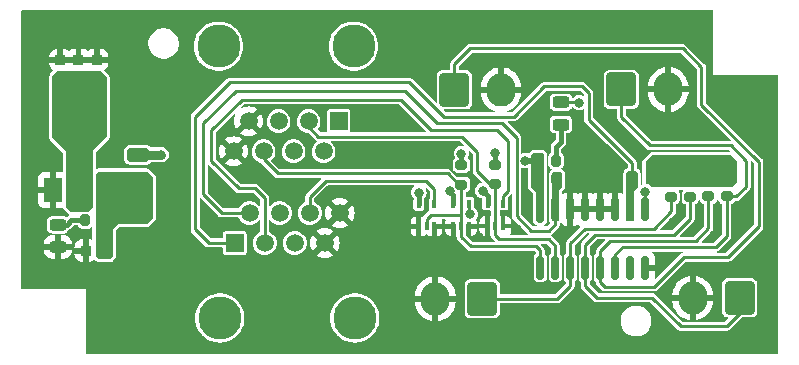
<source format=gtl>
G04 #@! TF.GenerationSoftware,KiCad,Pcbnew,8.0.0-rc1*
G04 #@! TF.CreationDate,2025-03-11T15:01:50+03:00*
G04 #@! TF.ProjectId,KSS_MD_V1.0,4b53535f-4d44-45f5-9631-2e302e6b6963,rev?*
G04 #@! TF.SameCoordinates,Original*
G04 #@! TF.FileFunction,Copper,L1,Top*
G04 #@! TF.FilePolarity,Positive*
%FSLAX46Y46*%
G04 Gerber Fmt 4.6, Leading zero omitted, Abs format (unit mm)*
G04 Created by KiCad (PCBNEW 8.0.0-rc1) date 2025-03-11 15:01:50*
%MOMM*%
%LPD*%
G01*
G04 APERTURE LIST*
G04 Aperture macros list*
%AMRoundRect*
0 Rectangle with rounded corners*
0 $1 Rounding radius*
0 $2 $3 $4 $5 $6 $7 $8 $9 X,Y pos of 4 corners*
0 Add a 4 corners polygon primitive as box body*
4,1,4,$2,$3,$4,$5,$6,$7,$8,$9,$2,$3,0*
0 Add four circle primitives for the rounded corners*
1,1,$1+$1,$2,$3*
1,1,$1+$1,$4,$5*
1,1,$1+$1,$6,$7*
1,1,$1+$1,$8,$9*
0 Add four rect primitives between the rounded corners*
20,1,$1+$1,$2,$3,$4,$5,0*
20,1,$1+$1,$4,$5,$6,$7,0*
20,1,$1+$1,$6,$7,$8,$9,0*
20,1,$1+$1,$8,$9,$2,$3,0*%
G04 Aperture macros list end*
G04 #@! TA.AperFunction,SMDPad,CuDef*
%ADD10RoundRect,0.273809X-0.676191X0.301191X-0.676191X-0.301191X0.676191X-0.301191X0.676191X0.301191X0*%
G04 #@! TD*
G04 #@! TA.AperFunction,SMDPad,CuDef*
%ADD11R,0.400000X0.650000*%
G04 #@! TD*
G04 #@! TA.AperFunction,ComponentPad*
%ADD12RoundRect,0.250000X0.980000X1.150000X-0.980000X1.150000X-0.980000X-1.150000X0.980000X-1.150000X0*%
G04 #@! TD*
G04 #@! TA.AperFunction,ComponentPad*
%ADD13O,2.460000X2.800000*%
G04 #@! TD*
G04 #@! TA.AperFunction,SMDPad,CuDef*
%ADD14RoundRect,0.200000X-0.275000X0.200000X-0.275000X-0.200000X0.275000X-0.200000X0.275000X0.200000X0*%
G04 #@! TD*
G04 #@! TA.AperFunction,SMDPad,CuDef*
%ADD15RoundRect,0.200000X0.200000X0.275000X-0.200000X0.275000X-0.200000X-0.275000X0.200000X-0.275000X0*%
G04 #@! TD*
G04 #@! TA.AperFunction,SMDPad,CuDef*
%ADD16RoundRect,0.225000X0.250000X-0.225000X0.250000X0.225000X-0.250000X0.225000X-0.250000X-0.225000X0*%
G04 #@! TD*
G04 #@! TA.AperFunction,SMDPad,CuDef*
%ADD17RoundRect,0.225000X0.225000X0.250000X-0.225000X0.250000X-0.225000X-0.250000X0.225000X-0.250000X0*%
G04 #@! TD*
G04 #@! TA.AperFunction,SMDPad,CuDef*
%ADD18RoundRect,0.150000X0.150000X-0.825000X0.150000X0.825000X-0.150000X0.825000X-0.150000X-0.825000X0*%
G04 #@! TD*
G04 #@! TA.AperFunction,ComponentPad*
%ADD19RoundRect,0.250000X-0.980000X-1.150000X0.980000X-1.150000X0.980000X1.150000X-0.980000X1.150000X0*%
G04 #@! TD*
G04 #@! TA.AperFunction,SMDPad,CuDef*
%ADD20RoundRect,0.243750X-0.456250X0.243750X-0.456250X-0.243750X0.456250X-0.243750X0.456250X0.243750X0*%
G04 #@! TD*
G04 #@! TA.AperFunction,SMDPad,CuDef*
%ADD21RoundRect,0.200000X-0.200000X-0.275000X0.200000X-0.275000X0.200000X0.275000X-0.200000X0.275000X0*%
G04 #@! TD*
G04 #@! TA.AperFunction,WasherPad*
%ADD22C,3.650000*%
G04 #@! TD*
G04 #@! TA.AperFunction,ComponentPad*
%ADD23R,1.500000X1.500000*%
G04 #@! TD*
G04 #@! TA.AperFunction,ComponentPad*
%ADD24C,1.500000*%
G04 #@! TD*
G04 #@! TA.AperFunction,SMDPad,CuDef*
%ADD25R,1.500000X2.000000*%
G04 #@! TD*
G04 #@! TA.AperFunction,SMDPad,CuDef*
%ADD26R,3.800000X2.000000*%
G04 #@! TD*
G04 #@! TA.AperFunction,SMDPad,CuDef*
%ADD27RoundRect,0.243750X0.456250X-0.243750X0.456250X0.243750X-0.456250X0.243750X-0.456250X-0.243750X0*%
G04 #@! TD*
G04 #@! TA.AperFunction,ViaPad*
%ADD28C,0.800000*%
G04 #@! TD*
G04 #@! TA.AperFunction,Conductor*
%ADD29C,0.762000*%
G04 #@! TD*
G04 #@! TA.AperFunction,Conductor*
%ADD30C,0.254000*%
G04 #@! TD*
G04 #@! TA.AperFunction,Conductor*
%ADD31C,0.381000*%
G04 #@! TD*
G04 #@! TA.AperFunction,Conductor*
%ADD32C,0.508000*%
G04 #@! TD*
G04 APERTURE END LIST*
D10*
X103065200Y-91231000D03*
X103065200Y-88281000D03*
D11*
X132655200Y-94316000D03*
X133305200Y-94316000D03*
X133955200Y-94316000D03*
X133955200Y-92416000D03*
X132655200Y-92416000D03*
X129745200Y-94336000D03*
X130395200Y-94336000D03*
X131045200Y-94336000D03*
X131045200Y-92436000D03*
X129745200Y-92436000D03*
D12*
X132175200Y-100466000D03*
D13*
X128215200Y-100466000D03*
D14*
X130435200Y-89161000D03*
X130435200Y-90811000D03*
D15*
X146540200Y-90256000D03*
X144890200Y-90256000D03*
D16*
X98005200Y-81791000D03*
X98005200Y-80241000D03*
D14*
X148205200Y-90181000D03*
X148205200Y-91831000D03*
D17*
X100165200Y-96406000D03*
X98615200Y-96406000D03*
D15*
X100235200Y-93816000D03*
X98585200Y-93816000D03*
D18*
X137095200Y-97856000D03*
X138365200Y-97856000D03*
X139635200Y-97856000D03*
X140905200Y-97856000D03*
X142175200Y-97856000D03*
X143445200Y-97856000D03*
X144715200Y-97856000D03*
X145985200Y-97856000D03*
X145985200Y-92906000D03*
X144715200Y-92906000D03*
X143445200Y-92906000D03*
X142175200Y-92906000D03*
X140905200Y-92906000D03*
X139635200Y-92906000D03*
X138365200Y-92906000D03*
X137095200Y-92906000D03*
D14*
X152885200Y-90166000D03*
X152885200Y-91816000D03*
X151345200Y-90166000D03*
X151345200Y-91816000D03*
D11*
X126825200Y-94356000D03*
X127475200Y-94356000D03*
X128125200Y-94356000D03*
X128125200Y-92456000D03*
X126825200Y-92456000D03*
D14*
X133295200Y-89111000D03*
X133295200Y-90761000D03*
D19*
X129820600Y-82779400D03*
D13*
X133780600Y-82779400D03*
D20*
X138855200Y-83848500D03*
X138855200Y-85723500D03*
D21*
X136800200Y-88776000D03*
X138450200Y-88776000D03*
D22*
X109972500Y-102100000D03*
X121402500Y-102100000D03*
D23*
X111242500Y-95750000D03*
D24*
X112512500Y-93210000D03*
X113782500Y-95750000D03*
X115052500Y-93210000D03*
X116322500Y-95750000D03*
X117592500Y-93210000D03*
X118862500Y-95750000D03*
X120132500Y-93210000D03*
D21*
X136820200Y-90346000D03*
X138470200Y-90346000D03*
D22*
X121294500Y-79088600D03*
X109864500Y-79088600D03*
D23*
X120024500Y-85438600D03*
D24*
X118754500Y-87978600D03*
X117484500Y-85438600D03*
X116214500Y-87978600D03*
X114944500Y-85438600D03*
X113674500Y-87978600D03*
X112404500Y-85438600D03*
X111134500Y-87978600D03*
D19*
X143967200Y-82754000D03*
D13*
X147927200Y-82754000D03*
D16*
X99565200Y-81791000D03*
X99565200Y-80241000D03*
D25*
X95845200Y-91266000D03*
X98145200Y-91266000D03*
D26*
X98145200Y-84966000D03*
D25*
X100445200Y-91266000D03*
D16*
X96465200Y-81811000D03*
X96465200Y-80261000D03*
D27*
X96260200Y-96083500D03*
X96260200Y-94208500D03*
D14*
X149795200Y-90181000D03*
X149795200Y-91831000D03*
D12*
X153985200Y-100406000D03*
D13*
X150025200Y-100406000D03*
D28*
X103365200Y-93456000D03*
X101865200Y-93456000D03*
X104990200Y-88281000D03*
X135895200Y-91536000D03*
X147425200Y-97106000D03*
X110775200Y-91996000D03*
X148305200Y-93976000D03*
X154045200Y-94016000D03*
X131875200Y-95206000D03*
X135146133Y-94575067D03*
X151774755Y-95104579D03*
X150085200Y-94526000D03*
X145985200Y-91406000D03*
X148465200Y-88936000D03*
X150185200Y-88906000D03*
X130435200Y-88186000D03*
X98275200Y-83286000D03*
X96805200Y-83266000D03*
X126825200Y-91486000D03*
X146985200Y-88936000D03*
X152165200Y-88876000D03*
X135825200Y-88776000D03*
X132235200Y-91326000D03*
X129435200Y-91356000D03*
X99645200Y-83256000D03*
X133295200Y-88096000D03*
X131162200Y-93316000D03*
X140425200Y-83866000D03*
D29*
X104990200Y-88281000D02*
X103065200Y-88281000D01*
D30*
X133955200Y-91756000D02*
X134395200Y-91316000D01*
X111845200Y-83646000D02*
X109265200Y-86226000D01*
X133955200Y-92416000D02*
X133955200Y-91756000D01*
X109265200Y-88826000D02*
X111575200Y-91136000D01*
X111575200Y-91136000D02*
X112975200Y-91136000D01*
X134395200Y-87156000D02*
X133405200Y-86166000D01*
X127835200Y-86166000D02*
X125315200Y-83646000D01*
X112975200Y-91136000D02*
X113782500Y-91943300D01*
X109265200Y-86226000D02*
X109265200Y-88826000D01*
X134395200Y-91316000D02*
X134395200Y-87156000D01*
X133405200Y-86166000D02*
X127835200Y-86166000D01*
X113782500Y-91943300D02*
X113782500Y-95750000D01*
X125315200Y-83646000D02*
X111845200Y-83646000D01*
X128125200Y-91216000D02*
X128125200Y-92456000D01*
X117592500Y-91838700D02*
X118935200Y-90496000D01*
X117592500Y-93210000D02*
X117592500Y-91838700D01*
X118935200Y-90496000D02*
X127405200Y-90496000D01*
X127405200Y-90496000D02*
X128125200Y-91216000D01*
X111242500Y-95750000D02*
X109039200Y-95750000D01*
X144890200Y-88961000D02*
X144890200Y-90256000D01*
X107875200Y-85076000D02*
X110815200Y-82136000D01*
X110815200Y-82136000D02*
X125995200Y-82136000D01*
X141205200Y-83036000D02*
X141205200Y-85276000D01*
X128925200Y-85066000D02*
X134855200Y-85066000D01*
X141205200Y-85276000D02*
X141250200Y-85321000D01*
X144715200Y-92906000D02*
X144535200Y-93086000D01*
X125995200Y-82136000D02*
X128925200Y-85066000D01*
X141250200Y-85321000D02*
X144890200Y-88961000D01*
X109039200Y-95750000D02*
X107875200Y-94586000D01*
X137445200Y-82476000D02*
X140645200Y-82476000D01*
X134855200Y-85066000D02*
X137445200Y-82476000D01*
X140645200Y-82476000D02*
X141205200Y-83036000D01*
X107875200Y-94586000D02*
X107875200Y-85076000D01*
X108575200Y-91646000D02*
X108575200Y-85626000D01*
X128375200Y-85596000D02*
X133865200Y-85596000D01*
X110139200Y-93210000D02*
X108575200Y-91646000D01*
X135095200Y-93496000D02*
X136315200Y-94716000D01*
X111355200Y-82846000D02*
X125625200Y-82846000D01*
X137835200Y-94716000D02*
X138365200Y-94186000D01*
X135095200Y-86826000D02*
X135095200Y-93496000D01*
X112851200Y-93210000D02*
X112865200Y-93196000D01*
X138365200Y-94186000D02*
X138365200Y-92906000D01*
X133865200Y-85596000D02*
X135095200Y-86826000D01*
X125625200Y-82846000D02*
X128375200Y-85596000D01*
X112512500Y-93210000D02*
X112851200Y-93210000D01*
X136315200Y-94716000D02*
X137835200Y-94716000D01*
X108575200Y-85626000D02*
X111355200Y-82846000D01*
X112512500Y-93210000D02*
X110139200Y-93210000D01*
X145985200Y-92906000D02*
X145985200Y-91406000D01*
X131775200Y-88036000D02*
X131775200Y-89696000D01*
X117484500Y-85905300D02*
X118325200Y-86746000D01*
X133305200Y-95116000D02*
X133645200Y-95456000D01*
X117484500Y-85438600D02*
X117484500Y-85905300D01*
X133645200Y-95456000D02*
X137805200Y-95456000D01*
X118325200Y-86746000D02*
X130485200Y-86746000D01*
X137805200Y-95456000D02*
X138365200Y-96016000D01*
X138365200Y-96016000D02*
X138365200Y-97856000D01*
X131775200Y-89696000D02*
X132840200Y-90761000D01*
X133295200Y-90761000D02*
X133295200Y-94306000D01*
X133305200Y-94316000D02*
X133305200Y-95116000D01*
X132840200Y-90761000D02*
X133295200Y-90761000D01*
X130485200Y-86746000D02*
X131775200Y-88036000D01*
X133295200Y-94306000D02*
X133305200Y-94316000D01*
X131205200Y-96046000D02*
X136765200Y-96046000D01*
X130395200Y-94336000D02*
X130395200Y-95236000D01*
X130435200Y-93246000D02*
X130435200Y-94296000D01*
X127475200Y-94356000D02*
X127475200Y-93706000D01*
X114875200Y-89866000D02*
X129265200Y-89866000D01*
X137095200Y-96376000D02*
X137095200Y-97856000D01*
X127815200Y-93366000D02*
X130435200Y-93366000D01*
X130395200Y-95236000D02*
X131205200Y-96046000D01*
X129265200Y-89866000D02*
X130210200Y-90811000D01*
X127475200Y-93706000D02*
X127815200Y-93366000D01*
X130435200Y-90811000D02*
X130435200Y-93246000D01*
X113674500Y-87978600D02*
X113674500Y-88665300D01*
X130210200Y-90811000D02*
X130435200Y-90811000D01*
X136765200Y-96046000D02*
X137095200Y-96376000D01*
X130435200Y-94296000D02*
X130395200Y-94336000D01*
X113674500Y-88665300D02*
X114875200Y-89866000D01*
D31*
X97017700Y-94208500D02*
X97410200Y-93816000D01*
X97410200Y-93816000D02*
X98585200Y-93816000D01*
X96260200Y-94208500D02*
X97017700Y-94208500D01*
X132235200Y-91326000D02*
X132655200Y-91746000D01*
X129745200Y-91666000D02*
X129435200Y-91356000D01*
X133295200Y-89111000D02*
X133295200Y-88096000D01*
X130435200Y-89161000D02*
X130435200Y-88186000D01*
X132655200Y-91746000D02*
X132655200Y-92416000D01*
X126825200Y-92456000D02*
X126825200Y-91486000D01*
X129745200Y-92436000D02*
X129745200Y-91666000D01*
D32*
X136800200Y-88776000D02*
X135825200Y-88776000D01*
D30*
X153225200Y-87496000D02*
X154535200Y-88806000D01*
X143967200Y-85078000D02*
X146385200Y-87496000D01*
X143967200Y-82754000D02*
X143967200Y-85078000D01*
X144075200Y-96096000D02*
X151965200Y-96096000D01*
X143445200Y-96726000D02*
X144075200Y-96096000D01*
X143445200Y-97856000D02*
X143445200Y-96726000D01*
X154535200Y-88806000D02*
X154535200Y-90996000D01*
X152885200Y-95176000D02*
X152885200Y-91816000D01*
X146385200Y-87496000D02*
X153225200Y-87496000D01*
X153715200Y-91816000D02*
X152885200Y-91816000D01*
X154535200Y-90996000D02*
X153715200Y-91816000D01*
X151965200Y-96096000D02*
X152885200Y-95176000D01*
X151345200Y-94506000D02*
X150265200Y-95586000D01*
X155615200Y-88906000D02*
X155615200Y-94346000D01*
X142555200Y-99446000D02*
X142175200Y-99066000D01*
X142175200Y-99066000D02*
X142175200Y-97856000D01*
X142175200Y-96456000D02*
X142175200Y-97856000D01*
X155615200Y-94346000D02*
X153015200Y-96946000D01*
X149155200Y-79276000D02*
X150745200Y-80866000D01*
X146765200Y-99446000D02*
X142555200Y-99446000D01*
X131175200Y-79276000D02*
X149155200Y-79276000D01*
X153015200Y-96946000D02*
X149265200Y-96946000D01*
X149265200Y-96946000D02*
X146765200Y-99446000D01*
X150265200Y-95586000D02*
X143045200Y-95586000D01*
X143045200Y-95586000D02*
X142175200Y-96456000D01*
X150745200Y-84036000D02*
X155615200Y-88906000D01*
X151345200Y-91816000D02*
X151345200Y-94506000D01*
X150745200Y-80866000D02*
X150745200Y-84036000D01*
X129820600Y-80630600D02*
X131175200Y-79276000D01*
X129820600Y-82779400D02*
X129820600Y-80630600D01*
X140905200Y-97856000D02*
X140905200Y-99406000D01*
X148995200Y-102806000D02*
X152875200Y-102806000D01*
X153985200Y-101696000D02*
X153985200Y-100406000D01*
X140905200Y-99406000D02*
X141875200Y-100376000D01*
X141775200Y-95046000D02*
X148445200Y-95046000D01*
X148445200Y-95046000D02*
X149795200Y-93696000D01*
X152875200Y-102806000D02*
X153985200Y-101696000D01*
X146565200Y-100376000D02*
X148995200Y-102806000D01*
X141875200Y-100376000D02*
X146565200Y-100376000D01*
X140905200Y-95916000D02*
X141775200Y-95046000D01*
X149795200Y-93696000D02*
X149795200Y-91831000D01*
X140905200Y-97856000D02*
X140905200Y-95916000D01*
X139635200Y-97856000D02*
X139635200Y-99366000D01*
X139635200Y-99366000D02*
X138535200Y-100466000D01*
X146695200Y-94556000D02*
X140875200Y-94556000D01*
X138535200Y-100466000D02*
X132175200Y-100466000D01*
X140875200Y-94556000D02*
X139635200Y-95796000D01*
X148205200Y-93046000D02*
X146695200Y-94556000D01*
X139635200Y-95796000D02*
X139635200Y-97856000D01*
X148205200Y-91831000D02*
X148205200Y-93046000D01*
X131045200Y-93199000D02*
X131162200Y-93316000D01*
X138855200Y-83848500D02*
X140407700Y-83848500D01*
X140407700Y-83848500D02*
X140425200Y-83866000D01*
X131045200Y-92436000D02*
X131045200Y-93199000D01*
D31*
X138450200Y-88776000D02*
X138450200Y-87591000D01*
X138450200Y-87591000D02*
X138855200Y-87186000D01*
X138855200Y-87186000D02*
X138855200Y-85723500D01*
G04 #@! TA.AperFunction,Conductor*
G36*
X153219552Y-88300352D02*
G01*
X153710848Y-88791648D01*
X153725200Y-88826296D01*
X153725200Y-90625704D01*
X153710848Y-90660352D01*
X153394552Y-90976648D01*
X153359904Y-90991000D01*
X146519740Y-90991000D01*
X146485092Y-90976648D01*
X146479416Y-90969838D01*
X146478700Y-90968801D01*
X146478699Y-90968800D01*
X146359729Y-90863401D01*
X146359724Y-90863397D01*
X146218994Y-90789537D01*
X146218996Y-90789537D01*
X146125746Y-90766553D01*
X146102825Y-90753625D01*
X146029552Y-90680352D01*
X146015200Y-90645704D01*
X146015200Y-88846296D01*
X146029552Y-88811648D01*
X146540848Y-88300352D01*
X146575496Y-88286000D01*
X153184904Y-88286000D01*
X153219552Y-88300352D01*
G37*
G04 #@! TD.AperFunction*
G04 #@! TA.AperFunction,Conductor*
G36*
X138839552Y-89780352D02*
G01*
X138930848Y-89871648D01*
X138945200Y-89906296D01*
X138945200Y-90975704D01*
X138930848Y-91010352D01*
X138675200Y-91265999D01*
X138675200Y-93785704D01*
X138660848Y-93820352D01*
X138589552Y-93891648D01*
X138554904Y-93906000D01*
X138185496Y-93906000D01*
X138150848Y-93891648D01*
X138079552Y-93820352D01*
X138065200Y-93785704D01*
X138065200Y-89936296D01*
X138079552Y-89901648D01*
X138200848Y-89780352D01*
X138235496Y-89766000D01*
X138804904Y-89766000D01*
X138839552Y-89780352D01*
G37*
G04 #@! TD.AperFunction*
G04 #@! TA.AperFunction,Conductor*
G36*
X99889552Y-81210352D02*
G01*
X100370848Y-81691648D01*
X100385200Y-81726296D01*
X100385200Y-86785704D01*
X100370848Y-86820352D01*
X99215200Y-87975999D01*
X99215200Y-92695703D01*
X99200848Y-92730351D01*
X98805050Y-93126148D01*
X98770402Y-93140500D01*
X98353682Y-93140500D01*
X98259897Y-93155353D01*
X98253488Y-93158618D01*
X98249483Y-93160659D01*
X98227239Y-93166000D01*
X97385496Y-93166000D01*
X97350848Y-93151648D01*
X96989552Y-92790352D01*
X96975200Y-92755704D01*
X96975200Y-88016000D01*
X95819552Y-86860352D01*
X95805200Y-86825704D01*
X95805200Y-81576296D01*
X95819552Y-81541648D01*
X96150848Y-81210352D01*
X96185496Y-81196000D01*
X99854904Y-81196000D01*
X99889552Y-81210352D01*
G37*
G04 #@! TD.AperFunction*
G04 #@! TA.AperFunction,Conductor*
G36*
X145249552Y-89690352D02*
G01*
X145330848Y-89771648D01*
X145345200Y-89806296D01*
X145345200Y-91075704D01*
X145330848Y-91110352D01*
X145025200Y-91415999D01*
X145025200Y-93815704D01*
X145010848Y-93850352D01*
X144959552Y-93901648D01*
X144924904Y-93916000D01*
X144505496Y-93916000D01*
X144470848Y-93901648D01*
X144419552Y-93850352D01*
X144405200Y-93815704D01*
X144405200Y-89826296D01*
X144419552Y-89791648D01*
X144520848Y-89690352D01*
X144555496Y-89676000D01*
X145214904Y-89676000D01*
X145249552Y-89690352D01*
G37*
G04 #@! TD.AperFunction*
G04 #@! TA.AperFunction,Conductor*
G36*
X137269552Y-88120352D02*
G01*
X137410848Y-88261648D01*
X137425200Y-88296296D01*
X137425200Y-93855704D01*
X137410848Y-93890352D01*
X137289552Y-94011648D01*
X137254904Y-94026000D01*
X136935496Y-94026000D01*
X136900848Y-94011648D01*
X136769552Y-93880352D01*
X136755200Y-93845704D01*
X136755200Y-91466000D01*
X136393406Y-91104206D01*
X136390715Y-91100976D01*
X136390666Y-91101020D01*
X136388698Y-91098799D01*
X136383673Y-91094347D01*
X136381519Y-91092319D01*
X136319552Y-91030352D01*
X136305200Y-90995704D01*
X136305200Y-88346296D01*
X136319552Y-88311648D01*
X136510848Y-88120352D01*
X136545496Y-88106000D01*
X137234904Y-88106000D01*
X137269552Y-88120352D01*
G37*
G04 #@! TD.AperFunction*
G04 #@! TA.AperFunction,Conductor*
G36*
X103869552Y-89720352D02*
G01*
X104320848Y-90171648D01*
X104335200Y-90206296D01*
X104335200Y-93615704D01*
X104320848Y-93650352D01*
X103859552Y-94111648D01*
X103824904Y-94126000D01*
X101375200Y-94126000D01*
X100955200Y-94545999D01*
X100955200Y-96825704D01*
X100940848Y-96860352D01*
X100709552Y-97091648D01*
X100674904Y-97106000D01*
X99705496Y-97106000D01*
X99670848Y-97091648D01*
X99464552Y-96885352D01*
X99450200Y-96850704D01*
X99450200Y-89956296D01*
X99464552Y-89921648D01*
X99665848Y-89720352D01*
X99700496Y-89706000D01*
X103834904Y-89706000D01*
X103869552Y-89720352D01*
G37*
G04 #@! TD.AperFunction*
G04 #@! TA.AperFunction,Conductor*
G36*
X149202118Y-96491852D02*
G01*
X149216470Y-96526500D01*
X149202118Y-96561148D01*
X149180152Y-96573830D01*
X149117947Y-96590497D01*
X149117944Y-96590498D01*
X149030952Y-96640724D01*
X149030951Y-96640725D01*
X146867172Y-98804503D01*
X146832524Y-98818855D01*
X146797876Y-98804503D01*
X146783524Y-98769855D01*
X146783675Y-98766010D01*
X146785199Y-98746639D01*
X146785200Y-98746630D01*
X146785200Y-98106000D01*
X145784200Y-98106000D01*
X145749552Y-98091648D01*
X145735200Y-98057000D01*
X145735200Y-97655000D01*
X145749552Y-97620352D01*
X145784200Y-97606000D01*
X146785200Y-97606000D01*
X146785200Y-96965369D01*
X146785199Y-96965355D01*
X146782300Y-96928510D01*
X146782300Y-96928508D01*
X146736480Y-96770798D01*
X146652886Y-96629448D01*
X146652882Y-96629443D01*
X146584587Y-96561148D01*
X146570235Y-96526500D01*
X146584587Y-96491852D01*
X146619235Y-96477500D01*
X149167470Y-96477500D01*
X149202118Y-96491852D01*
G37*
G04 #@! TD.AperFunction*
G04 #@! TA.AperFunction,Conductor*
G36*
X155000348Y-88830671D02*
G01*
X155219348Y-89049671D01*
X155233700Y-89084319D01*
X155233700Y-94167681D01*
X155219348Y-94202329D01*
X152871529Y-96550148D01*
X152836881Y-96564500D01*
X152062929Y-96564500D01*
X152028281Y-96550148D01*
X152013929Y-96515500D01*
X152028281Y-96480852D01*
X152050247Y-96468170D01*
X152082669Y-96459481D01*
X152112454Y-96451501D01*
X152199447Y-96401276D01*
X152270476Y-96330247D01*
X152270476Y-96330246D01*
X153115412Y-95485308D01*
X153115417Y-95485305D01*
X153119445Y-95481276D01*
X153119447Y-95481276D01*
X153190476Y-95410247D01*
X153217328Y-95363738D01*
X153240700Y-95323256D01*
X153240700Y-95323255D01*
X153240701Y-95323254D01*
X153256779Y-95263252D01*
X153266700Y-95226227D01*
X153266700Y-92495022D01*
X153281052Y-92460374D01*
X153299513Y-92448773D01*
X153374973Y-92422369D01*
X153485210Y-92341010D01*
X153532103Y-92277473D01*
X153566568Y-92230775D01*
X153566568Y-92230774D01*
X153566567Y-92230774D01*
X153566569Y-92230773D01*
X153566730Y-92230313D01*
X153566931Y-92230087D01*
X153568283Y-92227530D01*
X153568917Y-92227865D01*
X153591722Y-92202351D01*
X153612979Y-92197500D01*
X153765427Y-92197500D01*
X153813939Y-92184500D01*
X153862454Y-92171501D01*
X153870469Y-92166874D01*
X153949440Y-92121280D01*
X153949439Y-92121280D01*
X153949447Y-92121276D01*
X154020476Y-92050247D01*
X154840476Y-91230247D01*
X154852362Y-91209660D01*
X154890701Y-91143254D01*
X154903627Y-91095014D01*
X154916700Y-91046227D01*
X154916700Y-88865319D01*
X154931052Y-88830671D01*
X154965700Y-88816319D01*
X155000348Y-88830671D01*
G37*
G04 #@! TD.AperFunction*
G04 #@! TA.AperFunction,Conductor*
G36*
X152159348Y-92104579D02*
G01*
X152161448Y-92109650D01*
X152202813Y-92227865D01*
X152203832Y-92230775D01*
X152285189Y-92341010D01*
X152395423Y-92422367D01*
X152395425Y-92422367D01*
X152395427Y-92422369D01*
X152470884Y-92448772D01*
X152498847Y-92473761D01*
X152503700Y-92495022D01*
X152503700Y-94997681D01*
X152489348Y-95032329D01*
X151821529Y-95700148D01*
X151786881Y-95714500D01*
X150794519Y-95714500D01*
X150759871Y-95700148D01*
X150745519Y-95665500D01*
X150759871Y-95630852D01*
X151650475Y-94740248D01*
X151650476Y-94740247D01*
X151700702Y-94653253D01*
X151724460Y-94564588D01*
X151726701Y-94556226D01*
X151726701Y-94452779D01*
X151726700Y-94452761D01*
X151726700Y-92495022D01*
X151741052Y-92460374D01*
X151759513Y-92448773D01*
X151834973Y-92422369D01*
X151945210Y-92341010D01*
X152026569Y-92230773D01*
X152068950Y-92109654D01*
X152093940Y-92081691D01*
X152131384Y-92079589D01*
X152159348Y-92104579D01*
G37*
G04 #@! TD.AperFunction*
G04 #@! TA.AperFunction,Conductor*
G36*
X150608964Y-92083059D02*
G01*
X150616718Y-92098942D01*
X150617594Y-92098636D01*
X150618578Y-92101450D01*
X150618579Y-92101451D01*
X150663831Y-92230773D01*
X150663832Y-92230775D01*
X150663831Y-92230775D01*
X150745189Y-92341010D01*
X150855423Y-92422367D01*
X150855425Y-92422367D01*
X150855427Y-92422369D01*
X150930884Y-92448772D01*
X150958847Y-92473761D01*
X150963700Y-92495022D01*
X150963700Y-94327681D01*
X150949348Y-94362329D01*
X150121529Y-95190148D01*
X150086881Y-95204500D01*
X148944519Y-95204500D01*
X148909871Y-95190148D01*
X148895519Y-95155500D01*
X148909871Y-95120852D01*
X149095224Y-94935499D01*
X150025412Y-94005308D01*
X150025417Y-94005305D01*
X150029445Y-94001276D01*
X150029447Y-94001276D01*
X150100476Y-93930247D01*
X150142443Y-93857557D01*
X150150700Y-93843256D01*
X150150700Y-93843255D01*
X150150701Y-93843254D01*
X150175780Y-93749660D01*
X150176700Y-93746227D01*
X150176700Y-92510022D01*
X150191052Y-92475374D01*
X150209513Y-92463773D01*
X150284973Y-92437369D01*
X150371686Y-92373372D01*
X150395210Y-92356010D01*
X150476569Y-92245773D01*
X150521821Y-92116451D01*
X150522449Y-92109752D01*
X150539970Y-92076595D01*
X150575806Y-92065538D01*
X150608964Y-92083059D01*
G37*
G04 #@! TD.AperFunction*
G04 #@! TA.AperFunction,Conductor*
G36*
X134699348Y-91620670D02*
G01*
X134713700Y-91655318D01*
X134713700Y-93546227D01*
X134739698Y-93643252D01*
X134739699Y-93643256D01*
X134771017Y-93697499D01*
X134771017Y-93697500D01*
X134789919Y-93730240D01*
X134789926Y-93730249D01*
X136008208Y-94948530D01*
X136008213Y-94948536D01*
X136050529Y-94990852D01*
X136064881Y-95025500D01*
X136050529Y-95060148D01*
X136015881Y-95074500D01*
X134553152Y-95074500D01*
X134518504Y-95060148D01*
X134504152Y-95025500D01*
X134513926Y-94996135D01*
X134598551Y-94883091D01*
X134648798Y-94748373D01*
X134648798Y-94748372D01*
X134655200Y-94688834D01*
X134655200Y-94516000D01*
X133808700Y-94516000D01*
X133774052Y-94501648D01*
X133759700Y-94467000D01*
X133759699Y-93965935D01*
X133759699Y-93965934D01*
X133757397Y-93954363D01*
X133756141Y-93948043D01*
X133755200Y-93938486D01*
X133755200Y-93491000D01*
X134155200Y-93491000D01*
X134155200Y-94116000D01*
X134655200Y-94116000D01*
X134655200Y-93943165D01*
X134648798Y-93883627D01*
X134648798Y-93883626D01*
X134598551Y-93748908D01*
X134512388Y-93633811D01*
X134397291Y-93547648D01*
X134262573Y-93497401D01*
X134203034Y-93491000D01*
X134155200Y-93491000D01*
X133755200Y-93491000D01*
X133725700Y-93491000D01*
X133691052Y-93476648D01*
X133676700Y-93442000D01*
X133676700Y-93044300D01*
X133691052Y-93009652D01*
X133725700Y-92995300D01*
X133729762Y-92995499D01*
X133730128Y-92995499D01*
X133730133Y-92995500D01*
X134180266Y-92995499D01*
X134254501Y-92980734D01*
X134338684Y-92924484D01*
X134394934Y-92840301D01*
X134409700Y-92766067D01*
X134409699Y-92065934D01*
X134394934Y-91991699D01*
X134362835Y-91943661D01*
X134355519Y-91906880D01*
X134368928Y-91881793D01*
X134630053Y-91620669D01*
X134664700Y-91606318D01*
X134699348Y-91620670D01*
G37*
G04 #@! TD.AperFunction*
G04 #@! TA.AperFunction,Conductor*
G36*
X149173727Y-91264852D02*
G01*
X149188079Y-91299500D01*
X149178504Y-91328597D01*
X149113832Y-91416224D01*
X149068579Y-91545546D01*
X149068578Y-91545555D01*
X149065700Y-91576239D01*
X149065700Y-92085737D01*
X149065702Y-92085761D01*
X149068578Y-92116448D01*
X149068579Y-92116451D01*
X149113831Y-92245773D01*
X149113832Y-92245775D01*
X149113831Y-92245775D01*
X149195189Y-92356010D01*
X149305423Y-92437367D01*
X149305425Y-92437367D01*
X149305427Y-92437369D01*
X149380884Y-92463772D01*
X149408847Y-92488761D01*
X149413700Y-92510022D01*
X149413700Y-93517681D01*
X149399348Y-93552329D01*
X148301529Y-94650148D01*
X148266881Y-94664500D01*
X147244519Y-94664500D01*
X147209871Y-94650148D01*
X147195519Y-94615500D01*
X147209871Y-94580852D01*
X147412623Y-94378100D01*
X148435412Y-93355308D01*
X148435417Y-93355305D01*
X148439445Y-93351276D01*
X148439447Y-93351276D01*
X148510476Y-93280247D01*
X148521086Y-93261869D01*
X148560700Y-93193256D01*
X148560700Y-93193255D01*
X148560701Y-93193254D01*
X148583813Y-93107000D01*
X148586700Y-93096227D01*
X148586700Y-92510022D01*
X148601052Y-92475374D01*
X148619513Y-92463773D01*
X148694973Y-92437369D01*
X148781686Y-92373372D01*
X148805210Y-92356010D01*
X148886569Y-92245773D01*
X148931821Y-92116451D01*
X148934700Y-92085749D01*
X148934699Y-91576252D01*
X148931821Y-91545549D01*
X148886569Y-91416227D01*
X148886567Y-91416224D01*
X148886568Y-91416224D01*
X148821896Y-91328597D01*
X148812868Y-91292197D01*
X148832224Y-91260075D01*
X148861321Y-91250500D01*
X149139079Y-91250500D01*
X149173727Y-91264852D01*
G37*
G04 #@! TD.AperFunction*
G04 #@! TA.AperFunction,Conductor*
G36*
X135548468Y-89369927D02*
G01*
X135591407Y-89392463D01*
X135745729Y-89430500D01*
X135904669Y-89430500D01*
X135904671Y-89430500D01*
X135984975Y-89410706D01*
X136022049Y-89416348D01*
X136044276Y-89446555D01*
X136045700Y-89458282D01*
X136045700Y-90995709D01*
X136065452Y-91095005D01*
X136065454Y-91095014D01*
X136079804Y-91129657D01*
X136136055Y-91213843D01*
X136136058Y-91213846D01*
X136198025Y-91275813D01*
X136203634Y-91281256D01*
X136203664Y-91281284D01*
X136203672Y-91281292D01*
X136205082Y-91282619D01*
X136207680Y-91285256D01*
X136209907Y-91287695D01*
X136481348Y-91559136D01*
X136495700Y-91593784D01*
X136495700Y-93845709D01*
X136515452Y-93945005D01*
X136515454Y-93945014D01*
X136529804Y-93979657D01*
X136586055Y-94063843D01*
X136717356Y-94195144D01*
X136791609Y-94244758D01*
X136812444Y-94275940D01*
X136805128Y-94312723D01*
X136773946Y-94333558D01*
X136764386Y-94334500D01*
X136493518Y-94334500D01*
X136458870Y-94320148D01*
X135491052Y-93352329D01*
X135476700Y-93317681D01*
X135476700Y-89413315D01*
X135491052Y-89378667D01*
X135525700Y-89364315D01*
X135548468Y-89369927D01*
G37*
G04 #@! TD.AperFunction*
G04 #@! TA.AperFunction,Conductor*
G36*
X109040348Y-89140671D02*
G01*
X111268208Y-91368530D01*
X111268213Y-91368536D01*
X111269924Y-91370247D01*
X111340953Y-91441276D01*
X111340956Y-91441277D01*
X111340959Y-91441280D01*
X111427943Y-91491500D01*
X111427945Y-91491500D01*
X111427946Y-91491501D01*
X111440919Y-91494977D01*
X111524972Y-91517500D01*
X111524975Y-91517500D01*
X112796881Y-91517500D01*
X112831529Y-91531852D01*
X113386648Y-92086971D01*
X113401000Y-92121619D01*
X113401000Y-92572293D01*
X113386648Y-92606941D01*
X113352000Y-92621293D01*
X113317352Y-92606941D01*
X113314123Y-92603378D01*
X113226226Y-92496276D01*
X113226223Y-92496273D01*
X113073274Y-92370751D01*
X113073275Y-92370751D01*
X113073271Y-92370748D01*
X113073270Y-92370748D01*
X112898765Y-92277473D01*
X112793548Y-92245556D01*
X112709420Y-92220036D01*
X112709412Y-92220034D01*
X112512500Y-92200640D01*
X112315587Y-92220034D01*
X112315579Y-92220036D01*
X112184561Y-92259780D01*
X112126235Y-92277473D01*
X112126232Y-92277474D01*
X112126231Y-92277475D01*
X111951724Y-92370751D01*
X111798776Y-92496273D01*
X111798773Y-92496276D01*
X111673251Y-92649224D01*
X111673248Y-92649230D01*
X111591270Y-92802599D01*
X111562281Y-92826390D01*
X111548057Y-92828500D01*
X110317519Y-92828500D01*
X110282871Y-92814148D01*
X108971052Y-91502329D01*
X108956700Y-91467681D01*
X108956700Y-89175319D01*
X108971052Y-89140671D01*
X109005700Y-89126319D01*
X109040348Y-89140671D01*
G37*
G04 #@! TD.AperFunction*
G04 #@! TA.AperFunction,Conductor*
G36*
X149011529Y-79671852D02*
G01*
X150349348Y-81009670D01*
X150363700Y-81044318D01*
X150363700Y-84086227D01*
X150389698Y-84183252D01*
X150389699Y-84183256D01*
X150416687Y-84229999D01*
X150416687Y-84230000D01*
X150439919Y-84270240D01*
X150439926Y-84270249D01*
X153200529Y-87030852D01*
X153214881Y-87065500D01*
X153200529Y-87100148D01*
X153165881Y-87114500D01*
X146563518Y-87114500D01*
X146528870Y-87100148D01*
X144363052Y-84934329D01*
X144348700Y-84899681D01*
X144348700Y-84457499D01*
X144363052Y-84422851D01*
X144397700Y-84408499D01*
X144995460Y-84408499D01*
X145055537Y-84402041D01*
X145055539Y-84402040D01*
X145055542Y-84402040D01*
X145191467Y-84351342D01*
X145307604Y-84264404D01*
X145394542Y-84148267D01*
X145445240Y-84012342D01*
X145451700Y-83952255D01*
X145451700Y-83037386D01*
X146197199Y-83037386D01*
X146226803Y-83262241D01*
X146285494Y-83481278D01*
X146285494Y-83481279D01*
X146372283Y-83690804D01*
X146485669Y-83887196D01*
X146485679Y-83887211D01*
X146623721Y-84067110D01*
X146623731Y-84067122D01*
X146784077Y-84227468D01*
X146784089Y-84227478D01*
X146963988Y-84365520D01*
X146964003Y-84365530D01*
X147160395Y-84478916D01*
X147369921Y-84565705D01*
X147588958Y-84624396D01*
X147677199Y-84636013D01*
X147677200Y-84636013D01*
X147677200Y-83621904D01*
X147838558Y-83654000D01*
X148015842Y-83654000D01*
X148177200Y-83621904D01*
X148177200Y-84636013D01*
X148265441Y-84624396D01*
X148484478Y-84565705D01*
X148484479Y-84565705D01*
X148694004Y-84478916D01*
X148890396Y-84365530D01*
X148890411Y-84365520D01*
X149070310Y-84227478D01*
X149070322Y-84227468D01*
X149230668Y-84067122D01*
X149230678Y-84067110D01*
X149368720Y-83887211D01*
X149368730Y-83887196D01*
X149482116Y-83690804D01*
X149568905Y-83481279D01*
X149568905Y-83481278D01*
X149627596Y-83262241D01*
X149657200Y-83037386D01*
X149657200Y-83004000D01*
X148795104Y-83004000D01*
X148827200Y-82842642D01*
X148827200Y-82665358D01*
X148795104Y-82504000D01*
X149657200Y-82504000D01*
X149657200Y-82470613D01*
X149627596Y-82245758D01*
X149568905Y-82026721D01*
X149568905Y-82026720D01*
X149482116Y-81817195D01*
X149368730Y-81620803D01*
X149368720Y-81620788D01*
X149230678Y-81440889D01*
X149230668Y-81440877D01*
X149070322Y-81280531D01*
X149070310Y-81280521D01*
X148890411Y-81142479D01*
X148890396Y-81142469D01*
X148694004Y-81029083D01*
X148484478Y-80942294D01*
X148265441Y-80883603D01*
X148177200Y-80871985D01*
X148177200Y-81886095D01*
X148015842Y-81854000D01*
X147838558Y-81854000D01*
X147677200Y-81886095D01*
X147677200Y-80871985D01*
X147588958Y-80883603D01*
X147369921Y-80942294D01*
X147369920Y-80942294D01*
X147160395Y-81029083D01*
X146964003Y-81142469D01*
X146963988Y-81142479D01*
X146784089Y-81280521D01*
X146784077Y-81280531D01*
X146623731Y-81440877D01*
X146623721Y-81440889D01*
X146485679Y-81620788D01*
X146485669Y-81620803D01*
X146372283Y-81817195D01*
X146285494Y-82026720D01*
X146285494Y-82026721D01*
X146226803Y-82245758D01*
X146197200Y-82470613D01*
X146197200Y-82504000D01*
X147059296Y-82504000D01*
X147027200Y-82665358D01*
X147027200Y-82842642D01*
X147059296Y-83004000D01*
X146197200Y-83004000D01*
X146197200Y-83037386D01*
X146197199Y-83037386D01*
X145451700Y-83037386D01*
X145451699Y-81555746D01*
X145451699Y-81555745D01*
X145451699Y-81555739D01*
X145445241Y-81495662D01*
X145445239Y-81495657D01*
X145394542Y-81359733D01*
X145307604Y-81243596D01*
X145191467Y-81156658D01*
X145191466Y-81156657D01*
X145191464Y-81156656D01*
X145055542Y-81105959D01*
X144995461Y-81099500D01*
X142938939Y-81099500D01*
X142878862Y-81105958D01*
X142878853Y-81105961D01*
X142742935Y-81156656D01*
X142626796Y-81243596D01*
X142539856Y-81359735D01*
X142489159Y-81495657D01*
X142482700Y-81555738D01*
X142482700Y-83952260D01*
X142489158Y-84012337D01*
X142489161Y-84012346D01*
X142539856Y-84148264D01*
X142539857Y-84148266D01*
X142539858Y-84148267D01*
X142626796Y-84264404D01*
X142742933Y-84351342D01*
X142742934Y-84351342D01*
X142742935Y-84351343D01*
X142878857Y-84402040D01*
X142897055Y-84403996D01*
X142938945Y-84408500D01*
X143536700Y-84408499D01*
X143571348Y-84422851D01*
X143585700Y-84457499D01*
X143585700Y-85128227D01*
X143611698Y-85225252D01*
X143611699Y-85225256D01*
X143649497Y-85290723D01*
X143649497Y-85290724D01*
X143661919Y-85312240D01*
X143661926Y-85312249D01*
X146078208Y-87728530D01*
X146078213Y-87728536D01*
X146079924Y-87730247D01*
X146150953Y-87801276D01*
X146150956Y-87801277D01*
X146150959Y-87801280D01*
X146237943Y-87851500D01*
X146237945Y-87851500D01*
X146237946Y-87851501D01*
X146262203Y-87858000D01*
X146334972Y-87877500D01*
X146334975Y-87877500D01*
X153046881Y-87877500D01*
X153081529Y-87891852D01*
X153132529Y-87942852D01*
X153146881Y-87977500D01*
X153132529Y-88012148D01*
X153097881Y-88026500D01*
X146575490Y-88026500D01*
X146476194Y-88046252D01*
X146476185Y-88046254D01*
X146441542Y-88060604D01*
X146357356Y-88116855D01*
X145846055Y-88628156D01*
X145789805Y-88712341D01*
X145776116Y-88745388D01*
X145775658Y-88746390D01*
X145775452Y-88746991D01*
X145767443Y-88787257D01*
X145755700Y-88846296D01*
X145755700Y-88846299D01*
X145755700Y-90645711D01*
X145774053Y-90737976D01*
X145766737Y-90774758D01*
X145748766Y-90790922D01*
X145676471Y-90828865D01*
X145639122Y-90832259D01*
X145610313Y-90808249D01*
X145604700Y-90785478D01*
X145604700Y-89806294D01*
X145604699Y-89806290D01*
X145603913Y-89802341D01*
X145584946Y-89706988D01*
X145578878Y-89692340D01*
X145570595Y-89672342D01*
X145514344Y-89588156D01*
X145433043Y-89506855D01*
X145358978Y-89457367D01*
X145348860Y-89450606D01*
X145348858Y-89450605D01*
X145315811Y-89436916D01*
X145314808Y-89436458D01*
X145314205Y-89436251D01*
X145311136Y-89435641D01*
X145279955Y-89414802D01*
X145271700Y-89387583D01*
X145271700Y-88910772D01*
X145248865Y-88825555D01*
X145245701Y-88813746D01*
X145245700Y-88813745D01*
X145245700Y-88813743D01*
X145195480Y-88726759D01*
X145195477Y-88726756D01*
X145195476Y-88726753D01*
X145124447Y-88655724D01*
X145122741Y-88654018D01*
X145122730Y-88654008D01*
X141601052Y-85132329D01*
X141586700Y-85097681D01*
X141586700Y-83090181D01*
X141586701Y-83090168D01*
X141586701Y-82985773D01*
X141575711Y-82944764D01*
X141560702Y-82888747D01*
X141560701Y-82888745D01*
X141560701Y-82888744D01*
X141510475Y-82801752D01*
X140879449Y-82170726D01*
X140879447Y-82170724D01*
X140879444Y-82170722D01*
X140879440Y-82170719D01*
X140792456Y-82120499D01*
X140792452Y-82120498D01*
X140695428Y-82094500D01*
X140695425Y-82094500D01*
X137394975Y-82094500D01*
X137394972Y-82094500D01*
X137297947Y-82120498D01*
X137297943Y-82120499D01*
X137210959Y-82170719D01*
X137210950Y-82170726D01*
X134711529Y-84670148D01*
X134676881Y-84684500D01*
X134358744Y-84684500D01*
X134324096Y-84670148D01*
X134309744Y-84635500D01*
X134324096Y-84600852D01*
X134339993Y-84590230D01*
X134547402Y-84504318D01*
X134743796Y-84390930D01*
X134743811Y-84390920D01*
X134923710Y-84252878D01*
X134923722Y-84252868D01*
X135084068Y-84092522D01*
X135084078Y-84092510D01*
X135222120Y-83912611D01*
X135222130Y-83912596D01*
X135335516Y-83716204D01*
X135422305Y-83506679D01*
X135422305Y-83506678D01*
X135480996Y-83287641D01*
X135510600Y-83062786D01*
X135510600Y-83029400D01*
X134648504Y-83029400D01*
X134680600Y-82868042D01*
X134680600Y-82690758D01*
X134648504Y-82529400D01*
X135510600Y-82529400D01*
X135510600Y-82496013D01*
X135480996Y-82271158D01*
X135422305Y-82052121D01*
X135422305Y-82052120D01*
X135335516Y-81842595D01*
X135222130Y-81646203D01*
X135222120Y-81646188D01*
X135084078Y-81466289D01*
X135084068Y-81466277D01*
X134923722Y-81305931D01*
X134923710Y-81305921D01*
X134743811Y-81167879D01*
X134743796Y-81167869D01*
X134547404Y-81054483D01*
X134337878Y-80967694D01*
X134118841Y-80909003D01*
X134030600Y-80897385D01*
X134030600Y-81911495D01*
X133869242Y-81879400D01*
X133691958Y-81879400D01*
X133530600Y-81911495D01*
X133530600Y-80897385D01*
X133442358Y-80909003D01*
X133223321Y-80967694D01*
X133223320Y-80967694D01*
X133013795Y-81054483D01*
X132817403Y-81167869D01*
X132817388Y-81167879D01*
X132637489Y-81305921D01*
X132637477Y-81305931D01*
X132477131Y-81466277D01*
X132477121Y-81466289D01*
X132339079Y-81646188D01*
X132339069Y-81646203D01*
X132225683Y-81842595D01*
X132138894Y-82052120D01*
X132138894Y-82052121D01*
X132080203Y-82271158D01*
X132050600Y-82496013D01*
X132050600Y-82529400D01*
X132912696Y-82529400D01*
X132880600Y-82690758D01*
X132880600Y-82868042D01*
X132912696Y-83029400D01*
X132050600Y-83029400D01*
X132050600Y-83062786D01*
X132050599Y-83062786D01*
X132080203Y-83287641D01*
X132138894Y-83506678D01*
X132138894Y-83506679D01*
X132225683Y-83716204D01*
X132339069Y-83912596D01*
X132339079Y-83912611D01*
X132477121Y-84092510D01*
X132477131Y-84092522D01*
X132637477Y-84252868D01*
X132637489Y-84252878D01*
X132817388Y-84390920D01*
X132817403Y-84390930D01*
X133013798Y-84504318D01*
X133013797Y-84504318D01*
X133221207Y-84590230D01*
X133247726Y-84616748D01*
X133247726Y-84654251D01*
X133221208Y-84680770D01*
X133202456Y-84684500D01*
X129103519Y-84684500D01*
X129068871Y-84670148D01*
X128916270Y-84517547D01*
X128901918Y-84482899D01*
X128916270Y-84448251D01*
X128950918Y-84433899D01*
X130848860Y-84433899D01*
X130908937Y-84427441D01*
X130908939Y-84427440D01*
X130908942Y-84427440D01*
X131044867Y-84376742D01*
X131161004Y-84289804D01*
X131247942Y-84173667D01*
X131298640Y-84037742D01*
X131305100Y-83977655D01*
X131305099Y-81581146D01*
X131305099Y-81581145D01*
X131305099Y-81581139D01*
X131298641Y-81521062D01*
X131298639Y-81521057D01*
X131247942Y-81385133D01*
X131161004Y-81268996D01*
X131044867Y-81182058D01*
X131044866Y-81182057D01*
X131044864Y-81182056D01*
X130908942Y-81131359D01*
X130848861Y-81124900D01*
X130848855Y-81124900D01*
X130251100Y-81124900D01*
X130216452Y-81110548D01*
X130202100Y-81075900D01*
X130202100Y-80808919D01*
X130216452Y-80774271D01*
X131318871Y-79671852D01*
X131353519Y-79657500D01*
X148976881Y-79657500D01*
X149011529Y-79671852D01*
G37*
G04 #@! TD.AperFunction*
G04 #@! TA.AperFunction,Conductor*
G36*
X151750848Y-76070352D02*
G01*
X151765200Y-76105000D01*
X151765200Y-81556000D01*
X157216200Y-81556000D01*
X157250848Y-81570352D01*
X157265200Y-81605000D01*
X157265200Y-105107000D01*
X157250848Y-105141648D01*
X157216200Y-105156000D01*
X98714200Y-105156000D01*
X98679552Y-105141648D01*
X98665200Y-105107000D01*
X98665200Y-102100000D01*
X107888141Y-102100000D01*
X107907554Y-102383821D01*
X107965432Y-102662345D01*
X107965435Y-102662353D01*
X108060702Y-102930411D01*
X108154419Y-103111276D01*
X108191581Y-103182995D01*
X108191585Y-103183003D01*
X108355642Y-103415418D01*
X108355643Y-103415419D01*
X108448163Y-103514483D01*
X108549814Y-103623325D01*
X108770491Y-103802859D01*
X109013559Y-103950672D01*
X109013564Y-103950674D01*
X109013572Y-103950679D01*
X109232091Y-104045593D01*
X109274491Y-104064010D01*
X109548425Y-104140763D01*
X109791520Y-104174175D01*
X109830257Y-104179500D01*
X109830258Y-104179500D01*
X110114743Y-104179500D01*
X110148798Y-104174818D01*
X110396575Y-104140763D01*
X110670509Y-104064010D01*
X110783042Y-104015130D01*
X110931427Y-103950679D01*
X110931432Y-103950675D01*
X110931441Y-103950672D01*
X111174509Y-103802859D01*
X111395186Y-103623325D01*
X111589361Y-103415414D01*
X111753417Y-103182999D01*
X111884298Y-102930411D01*
X111979565Y-102662353D01*
X112019637Y-102469519D01*
X112037445Y-102383821D01*
X112043998Y-102288013D01*
X112056859Y-102100000D01*
X119318141Y-102100000D01*
X119337554Y-102383821D01*
X119395432Y-102662345D01*
X119395435Y-102662353D01*
X119490702Y-102930411D01*
X119584419Y-103111276D01*
X119621581Y-103182995D01*
X119621585Y-103183003D01*
X119785642Y-103415418D01*
X119785643Y-103415419D01*
X119878163Y-103514483D01*
X119979814Y-103623325D01*
X120200491Y-103802859D01*
X120443559Y-103950672D01*
X120443564Y-103950674D01*
X120443572Y-103950679D01*
X120662091Y-104045593D01*
X120704491Y-104064010D01*
X120978425Y-104140763D01*
X121221520Y-104174175D01*
X121260257Y-104179500D01*
X121260258Y-104179500D01*
X121544743Y-104179500D01*
X121578798Y-104174818D01*
X121826575Y-104140763D01*
X122100509Y-104064010D01*
X122213042Y-104015130D01*
X122361427Y-103950679D01*
X122361432Y-103950675D01*
X122361441Y-103950672D01*
X122604509Y-103802859D01*
X122825186Y-103623325D01*
X123019361Y-103415414D01*
X123183417Y-103182999D01*
X123314298Y-102930411D01*
X123409565Y-102662353D01*
X123449637Y-102469519D01*
X143917673Y-102469519D01*
X143957099Y-102693111D01*
X144034749Y-102906451D01*
X144034753Y-102906460D01*
X144148264Y-103103069D01*
X144148267Y-103103073D01*
X144148268Y-103103074D01*
X144294205Y-103276995D01*
X144468126Y-103422932D01*
X144468130Y-103422935D01*
X144664739Y-103536446D01*
X144664743Y-103536448D01*
X144664747Y-103536450D01*
X144878093Y-103614102D01*
X145101681Y-103653527D01*
X145328713Y-103653527D01*
X145328719Y-103653527D01*
X145552307Y-103614102D01*
X145765653Y-103536450D01*
X145962274Y-103422932D01*
X146136195Y-103276995D01*
X146282132Y-103103074D01*
X146395650Y-102906453D01*
X146473302Y-102693107D01*
X146512727Y-102469519D01*
X146515200Y-102356000D01*
X146512727Y-102242481D01*
X146473302Y-102018893D01*
X146395650Y-101805547D01*
X146395648Y-101805543D01*
X146395646Y-101805539D01*
X146282135Y-101608930D01*
X146282132Y-101608926D01*
X146136195Y-101435005D01*
X145962274Y-101289068D01*
X145962273Y-101289067D01*
X145962269Y-101289064D01*
X145765660Y-101175553D01*
X145765651Y-101175549D01*
X145552311Y-101097899D01*
X145552308Y-101097898D01*
X145552307Y-101097898D01*
X145328719Y-101058473D01*
X145101680Y-101058473D01*
X144967890Y-101082064D01*
X144878093Y-101097898D01*
X144878092Y-101097898D01*
X144878088Y-101097899D01*
X144664748Y-101175549D01*
X144664739Y-101175553D01*
X144468130Y-101289064D01*
X144294205Y-101435005D01*
X144148264Y-101608930D01*
X144034753Y-101805539D01*
X144034749Y-101805548D01*
X143957099Y-102018888D01*
X143917673Y-102242480D01*
X143917673Y-102469519D01*
X123449637Y-102469519D01*
X123467445Y-102383821D01*
X123473998Y-102288013D01*
X123486859Y-102100000D01*
X123467445Y-101816180D01*
X123465236Y-101805548D01*
X123409567Y-101537654D01*
X123373086Y-101435005D01*
X123314298Y-101269589D01*
X123183417Y-101017001D01*
X123183415Y-101016998D01*
X123183414Y-101016996D01*
X123045418Y-100821501D01*
X123019361Y-100784586D01*
X123019359Y-100784583D01*
X123019357Y-100784581D01*
X123019356Y-100784580D01*
X122986487Y-100749386D01*
X126485199Y-100749386D01*
X126514803Y-100974241D01*
X126573494Y-101193278D01*
X126573494Y-101193279D01*
X126660283Y-101402804D01*
X126773669Y-101599196D01*
X126773679Y-101599211D01*
X126911721Y-101779110D01*
X126911731Y-101779122D01*
X127072077Y-101939468D01*
X127072089Y-101939478D01*
X127251988Y-102077520D01*
X127252003Y-102077530D01*
X127448395Y-102190916D01*
X127657921Y-102277705D01*
X127876958Y-102336396D01*
X127965199Y-102348013D01*
X127965200Y-102348013D01*
X127965200Y-101333904D01*
X128126558Y-101366000D01*
X128303842Y-101366000D01*
X128465200Y-101333904D01*
X128465200Y-102348013D01*
X128553441Y-102336396D01*
X128772478Y-102277705D01*
X128772479Y-102277705D01*
X128982004Y-102190916D01*
X129178396Y-102077530D01*
X129178411Y-102077520D01*
X129358310Y-101939478D01*
X129358322Y-101939468D01*
X129518668Y-101779122D01*
X129518678Y-101779110D01*
X129656720Y-101599211D01*
X129656730Y-101599196D01*
X129770116Y-101402804D01*
X129856905Y-101193279D01*
X129856905Y-101193278D01*
X129915596Y-100974241D01*
X129945200Y-100749386D01*
X129945200Y-100716000D01*
X129083104Y-100716000D01*
X129115200Y-100554642D01*
X129115200Y-100377358D01*
X129083104Y-100216000D01*
X129945200Y-100216000D01*
X129945200Y-100182613D01*
X129915596Y-99957758D01*
X129856905Y-99738721D01*
X129856905Y-99738720D01*
X129770116Y-99529195D01*
X129656730Y-99332803D01*
X129656720Y-99332788D01*
X129518678Y-99152889D01*
X129518668Y-99152877D01*
X129358322Y-98992531D01*
X129358310Y-98992521D01*
X129178411Y-98854479D01*
X129178396Y-98854469D01*
X128982004Y-98741083D01*
X128772478Y-98654294D01*
X128553441Y-98595603D01*
X128465200Y-98583985D01*
X128465200Y-99598095D01*
X128303842Y-99566000D01*
X128126558Y-99566000D01*
X127965200Y-99598095D01*
X127965200Y-98583985D01*
X127876958Y-98595603D01*
X127657921Y-98654294D01*
X127657920Y-98654294D01*
X127448395Y-98741083D01*
X127252003Y-98854469D01*
X127251988Y-98854479D01*
X127072089Y-98992521D01*
X127072077Y-98992531D01*
X126911731Y-99152877D01*
X126911721Y-99152889D01*
X126773679Y-99332788D01*
X126773669Y-99332803D01*
X126660283Y-99529195D01*
X126573494Y-99738720D01*
X126573494Y-99738721D01*
X126514803Y-99957758D01*
X126485200Y-100182613D01*
X126485200Y-100216000D01*
X127347296Y-100216000D01*
X127315200Y-100377358D01*
X127315200Y-100554642D01*
X127347296Y-100716000D01*
X126485200Y-100716000D01*
X126485200Y-100749386D01*
X126485199Y-100749386D01*
X122986487Y-100749386D01*
X122922876Y-100681276D01*
X122825186Y-100576675D01*
X122604509Y-100397141D01*
X122361441Y-100249328D01*
X122361438Y-100249326D01*
X122361427Y-100249320D01*
X122100512Y-100135991D01*
X122100510Y-100135990D01*
X122100509Y-100135990D01*
X122022573Y-100114153D01*
X121826580Y-100059238D01*
X121826575Y-100059237D01*
X121544743Y-100020500D01*
X121544742Y-100020500D01*
X121260258Y-100020500D01*
X121260257Y-100020500D01*
X120978424Y-100059237D01*
X120978419Y-100059238D01*
X120704487Y-100135991D01*
X120443572Y-100249320D01*
X120200489Y-100397142D01*
X119979822Y-100576668D01*
X119979811Y-100576678D01*
X119785643Y-100784580D01*
X119785642Y-100784581D01*
X119621585Y-101016996D01*
X119621581Y-101017004D01*
X119530243Y-101193278D01*
X119490702Y-101269589D01*
X119477762Y-101306000D01*
X119395432Y-101537654D01*
X119337554Y-101816178D01*
X119318141Y-102100000D01*
X112056859Y-102100000D01*
X112037445Y-101816180D01*
X112035236Y-101805548D01*
X111979567Y-101537654D01*
X111943086Y-101435005D01*
X111884298Y-101269589D01*
X111753417Y-101017001D01*
X111753415Y-101016998D01*
X111753414Y-101016996D01*
X111615418Y-100821501D01*
X111589361Y-100784586D01*
X111589359Y-100784583D01*
X111589357Y-100784581D01*
X111589356Y-100784580D01*
X111492876Y-100681276D01*
X111395186Y-100576675D01*
X111174509Y-100397141D01*
X110931441Y-100249328D01*
X110931438Y-100249326D01*
X110931427Y-100249320D01*
X110670512Y-100135991D01*
X110670510Y-100135990D01*
X110670509Y-100135990D01*
X110592573Y-100114153D01*
X110396580Y-100059238D01*
X110396575Y-100059237D01*
X110114743Y-100020500D01*
X110114742Y-100020500D01*
X109830258Y-100020500D01*
X109830257Y-100020500D01*
X109548424Y-100059237D01*
X109548419Y-100059238D01*
X109274487Y-100135991D01*
X109013572Y-100249320D01*
X108770489Y-100397142D01*
X108549822Y-100576668D01*
X108549811Y-100576678D01*
X108355643Y-100784580D01*
X108355642Y-100784581D01*
X108191585Y-101016996D01*
X108191581Y-101017004D01*
X108100243Y-101193278D01*
X108060702Y-101269589D01*
X108047762Y-101306000D01*
X107965432Y-101537654D01*
X107907554Y-101816178D01*
X107888141Y-102100000D01*
X98665200Y-102100000D01*
X98665200Y-99656000D01*
X93214200Y-99656000D01*
X93179552Y-99641648D01*
X93165200Y-99607000D01*
X93165200Y-96333500D01*
X95060200Y-96333500D01*
X95060200Y-96376810D01*
X95070606Y-96478670D01*
X95125295Y-96643712D01*
X95216570Y-96791691D01*
X95339508Y-96914629D01*
X95487487Y-97005904D01*
X95652529Y-97060593D01*
X95754390Y-97071000D01*
X96010200Y-97071000D01*
X96010200Y-96333500D01*
X96510200Y-96333500D01*
X96510200Y-97071000D01*
X96766010Y-97071000D01*
X96867870Y-97060593D01*
X97032912Y-97005904D01*
X97180891Y-96914629D01*
X97303829Y-96791691D01*
X97387525Y-96656000D01*
X97665201Y-96656000D01*
X97665201Y-96704316D01*
X97675343Y-96803603D01*
X97728653Y-96964484D01*
X97817628Y-97108733D01*
X97937466Y-97228571D01*
X98081715Y-97317546D01*
X98242596Y-97370856D01*
X98341870Y-97380998D01*
X98341894Y-97380999D01*
X98365199Y-97380998D01*
X98365200Y-97380998D01*
X98365200Y-96656000D01*
X97665201Y-96656000D01*
X97387525Y-96656000D01*
X97395104Y-96643712D01*
X97449793Y-96478670D01*
X97460200Y-96376810D01*
X97460200Y-96333500D01*
X96510200Y-96333500D01*
X96010200Y-96333500D01*
X95060200Y-96333500D01*
X93165200Y-96333500D01*
X93165200Y-96156000D01*
X97665200Y-96156000D01*
X98365200Y-96156000D01*
X98365200Y-95431000D01*
X98365199Y-95430999D01*
X98341884Y-95431000D01*
X98242596Y-95441143D01*
X98081715Y-95494453D01*
X97937466Y-95583428D01*
X97817628Y-95703266D01*
X97728653Y-95847515D01*
X97675343Y-96008396D01*
X97665200Y-96107682D01*
X97665200Y-96156000D01*
X93165200Y-96156000D01*
X93165200Y-95833500D01*
X95060200Y-95833500D01*
X96010200Y-95833500D01*
X96010200Y-95096000D01*
X96510200Y-95096000D01*
X96510200Y-95833500D01*
X97460200Y-95833500D01*
X97460200Y-95790189D01*
X97449793Y-95688329D01*
X97395104Y-95523287D01*
X97303829Y-95375308D01*
X97180891Y-95252370D01*
X97032912Y-95161095D01*
X96867870Y-95106406D01*
X96766010Y-95096000D01*
X96510200Y-95096000D01*
X96010200Y-95096000D01*
X95754390Y-95096000D01*
X95652529Y-95106406D01*
X95487487Y-95161095D01*
X95339508Y-95252370D01*
X95216570Y-95375308D01*
X95125295Y-95523287D01*
X95070606Y-95688329D01*
X95060200Y-95790189D01*
X95060200Y-95833500D01*
X93165200Y-95833500D01*
X93165200Y-94499915D01*
X95305700Y-94499915D01*
X95312078Y-94559245D01*
X95312079Y-94559247D01*
X95312079Y-94559249D01*
X95312080Y-94559250D01*
X95354798Y-94673783D01*
X95362150Y-94693493D01*
X95384953Y-94723954D01*
X95448011Y-94808189D01*
X95562706Y-94894049D01*
X95562707Y-94894049D01*
X95562709Y-94894051D01*
X95673839Y-94935500D01*
X95696953Y-94944121D01*
X95740412Y-94948792D01*
X95756291Y-94950500D01*
X96764108Y-94950499D01*
X96764114Y-94950499D01*
X96823445Y-94944121D01*
X96823446Y-94944120D01*
X96823450Y-94944120D01*
X96957691Y-94894051D01*
X97072389Y-94808189D01*
X97158251Y-94693491D01*
X97176953Y-94643346D01*
X97198364Y-94618036D01*
X97226080Y-94602033D01*
X97290936Y-94564589D01*
X97373789Y-94481736D01*
X97580173Y-94275352D01*
X97614821Y-94261000D01*
X97928397Y-94261000D01*
X97963045Y-94275352D01*
X97974646Y-94293815D01*
X97978831Y-94305773D01*
X97978832Y-94305775D01*
X97978831Y-94305775D01*
X98060189Y-94416010D01*
X98164851Y-94493254D01*
X98170427Y-94497369D01*
X98299749Y-94542621D01*
X98324851Y-94544974D01*
X98330439Y-94545499D01*
X98330440Y-94545499D01*
X98330451Y-94545500D01*
X98839948Y-94545499D01*
X98870651Y-94542621D01*
X98999973Y-94497369D01*
X99110210Y-94416010D01*
X99110209Y-94416010D01*
X99112603Y-94414244D01*
X99149003Y-94405216D01*
X99181125Y-94424572D01*
X99190700Y-94453669D01*
X99190700Y-95440518D01*
X99176348Y-95475166D01*
X99141700Y-95489518D01*
X99126288Y-95487031D01*
X98987805Y-95441144D01*
X98888517Y-95431000D01*
X98865200Y-95431000D01*
X98865200Y-97380999D01*
X98888516Y-97380999D01*
X98987803Y-97370856D01*
X99148684Y-97317546D01*
X99292931Y-97228572D01*
X99332209Y-97189294D01*
X99366857Y-97174942D01*
X99401504Y-97189292D01*
X99401506Y-97189294D01*
X99487356Y-97275144D01*
X99543224Y-97312473D01*
X99571540Y-97331394D01*
X99571541Y-97331394D01*
X99571542Y-97331395D01*
X99604587Y-97345083D01*
X99605592Y-97345541D01*
X99606187Y-97345745D01*
X99606188Y-97345746D01*
X99606190Y-97345747D01*
X99705496Y-97365500D01*
X99705499Y-97365500D01*
X100674906Y-97365500D01*
X100774212Y-97345746D01*
X100808860Y-97331394D01*
X100893046Y-97275142D01*
X101124342Y-97043846D01*
X101180594Y-96959660D01*
X101194285Y-96926606D01*
X101194743Y-96925603D01*
X101194946Y-96925012D01*
X101194947Y-96925010D01*
X101214700Y-96825704D01*
X101214700Y-94673783D01*
X101229052Y-94639135D01*
X101231960Y-94636227D01*
X107493700Y-94636227D01*
X107519698Y-94733252D01*
X107519699Y-94733255D01*
X107539974Y-94768372D01*
X107551521Y-94788372D01*
X107552603Y-94790245D01*
X107552604Y-94790247D01*
X107569921Y-94820243D01*
X107569923Y-94820245D01*
X107569924Y-94820247D01*
X108804953Y-96055276D01*
X108891947Y-96105502D01*
X108936975Y-96117567D01*
X108988973Y-96131501D01*
X108988975Y-96131501D01*
X109092422Y-96131501D01*
X109092438Y-96131500D01*
X110189001Y-96131500D01*
X110223649Y-96145852D01*
X110238001Y-96180500D01*
X110238001Y-96525066D01*
X110247700Y-96573830D01*
X110252766Y-96599301D01*
X110309015Y-96683484D01*
X110333250Y-96699677D01*
X110393199Y-96739734D01*
X110467433Y-96754500D01*
X112017566Y-96754499D01*
X112091801Y-96739734D01*
X112175984Y-96683484D01*
X112232234Y-96599301D01*
X112247000Y-96525067D01*
X112246999Y-94974934D01*
X112232234Y-94900699D01*
X112208036Y-94864484D01*
X112175984Y-94816515D01*
X112121785Y-94780301D01*
X112091801Y-94760266D01*
X112017567Y-94745500D01*
X112017563Y-94745500D01*
X110467436Y-94745500D01*
X110393198Y-94760266D01*
X110309015Y-94816515D01*
X110276964Y-94864484D01*
X110252766Y-94900699D01*
X110238000Y-94974933D01*
X110238000Y-94974934D01*
X110238000Y-94974936D01*
X110238000Y-95319500D01*
X110223648Y-95354148D01*
X110189000Y-95368500D01*
X109217519Y-95368500D01*
X109182871Y-95354148D01*
X108271052Y-94442329D01*
X108256700Y-94407681D01*
X108256700Y-91985319D01*
X108271052Y-91950671D01*
X108305700Y-91936319D01*
X108340348Y-91950671D01*
X109833924Y-93444247D01*
X109904953Y-93515276D01*
X109904956Y-93515277D01*
X109904959Y-93515280D01*
X109991943Y-93565500D01*
X109991945Y-93565500D01*
X109991946Y-93565501D01*
X110016203Y-93572000D01*
X110088972Y-93591500D01*
X110088975Y-93591500D01*
X111548057Y-93591500D01*
X111582705Y-93605852D01*
X111591269Y-93617398D01*
X111669006Y-93762833D01*
X111673251Y-93770775D01*
X111798773Y-93923723D01*
X111798776Y-93923726D01*
X111951725Y-94049248D01*
X111951724Y-94049248D01*
X111951727Y-94049249D01*
X111951730Y-94049252D01*
X112126235Y-94142527D01*
X112315584Y-94199965D01*
X112512500Y-94219360D01*
X112709416Y-94199965D01*
X112898765Y-94142527D01*
X113073270Y-94049252D01*
X113226225Y-93923725D01*
X113314123Y-93816620D01*
X113347197Y-93798942D01*
X113383085Y-93809828D01*
X113400764Y-93842903D01*
X113401000Y-93847706D01*
X113401000Y-94785556D01*
X113386648Y-94820204D01*
X113375099Y-94828770D01*
X113221724Y-94910751D01*
X113068776Y-95036273D01*
X113068773Y-95036276D01*
X112943251Y-95189224D01*
X112849975Y-95363731D01*
X112849972Y-95363738D01*
X112792536Y-95553079D01*
X112792534Y-95553087D01*
X112773140Y-95749999D01*
X112773140Y-95750000D01*
X112792534Y-95946912D01*
X112792536Y-95946920D01*
X112821254Y-96041590D01*
X112849973Y-96136265D01*
X112899406Y-96228747D01*
X112943251Y-96310775D01*
X113068773Y-96463723D01*
X113068776Y-96463726D01*
X113221725Y-96589248D01*
X113221724Y-96589248D01*
X113221727Y-96589249D01*
X113221730Y-96589252D01*
X113396235Y-96682527D01*
X113585584Y-96739965D01*
X113782500Y-96759360D01*
X113979416Y-96739965D01*
X114168765Y-96682527D01*
X114343270Y-96589252D01*
X114496225Y-96463725D01*
X114621752Y-96310770D01*
X114715027Y-96136265D01*
X114772465Y-95946916D01*
X114791860Y-95750000D01*
X115313140Y-95750000D01*
X115332534Y-95946912D01*
X115332536Y-95946920D01*
X115361254Y-96041590D01*
X115389973Y-96136265D01*
X115439406Y-96228747D01*
X115483251Y-96310775D01*
X115608773Y-96463723D01*
X115608776Y-96463726D01*
X115761725Y-96589248D01*
X115761724Y-96589248D01*
X115761727Y-96589249D01*
X115761730Y-96589252D01*
X115936235Y-96682527D01*
X116125584Y-96739965D01*
X116322500Y-96759360D01*
X116519416Y-96739965D01*
X116708765Y-96682527D01*
X116883270Y-96589252D01*
X117036225Y-96463725D01*
X117161752Y-96310770D01*
X117255027Y-96136265D01*
X117312465Y-95946916D01*
X117331860Y-95750000D01*
X117607725Y-95750000D01*
X117626788Y-95967891D01*
X117626789Y-95967897D01*
X117683394Y-96179150D01*
X117683396Y-96179155D01*
X117775831Y-96377386D01*
X117775838Y-96377398D01*
X117819372Y-96439570D01*
X117819374Y-96439570D01*
X118420361Y-95838584D01*
X118443167Y-95923694D01*
X118502410Y-96026306D01*
X118586194Y-96110090D01*
X118688806Y-96169333D01*
X118773914Y-96192137D01*
X118172928Y-96793123D01*
X118172928Y-96793125D01*
X118235112Y-96836666D01*
X118235120Y-96836670D01*
X118433344Y-96929103D01*
X118433349Y-96929105D01*
X118644602Y-96985710D01*
X118644608Y-96985711D01*
X118862500Y-97004774D01*
X119080391Y-96985711D01*
X119080397Y-96985710D01*
X119291650Y-96929105D01*
X119291655Y-96929103D01*
X119489879Y-96836670D01*
X119489889Y-96836665D01*
X119552070Y-96793124D01*
X119552070Y-96793123D01*
X118951085Y-96192138D01*
X119036194Y-96169333D01*
X119138806Y-96110090D01*
X119222590Y-96026306D01*
X119281833Y-95923694D01*
X119304638Y-95838585D01*
X119905623Y-96439570D01*
X119905624Y-96439570D01*
X119949165Y-96377389D01*
X119949170Y-96377379D01*
X120041603Y-96179155D01*
X120041605Y-96179150D01*
X120098210Y-95967897D01*
X120098211Y-95967891D01*
X120117274Y-95750000D01*
X120098211Y-95532108D01*
X120098210Y-95532102D01*
X120041605Y-95320849D01*
X120041604Y-95320844D01*
X119949168Y-95122614D01*
X119949160Y-95122602D01*
X119905626Y-95060428D01*
X119905624Y-95060428D01*
X119304638Y-95661414D01*
X119281833Y-95576306D01*
X119222590Y-95473694D01*
X119138806Y-95389910D01*
X119036194Y-95330667D01*
X118951082Y-95307861D01*
X119552070Y-94706874D01*
X119552070Y-94706872D01*
X119489898Y-94663338D01*
X119489886Y-94663331D01*
X119291655Y-94570896D01*
X119291650Y-94570894D01*
X119236065Y-94556000D01*
X126125200Y-94556000D01*
X126125200Y-94728834D01*
X126131601Y-94788372D01*
X126131601Y-94788373D01*
X126181848Y-94923091D01*
X126268011Y-95038188D01*
X126383108Y-95124351D01*
X126517826Y-95174598D01*
X126577366Y-95181000D01*
X126625200Y-95181000D01*
X126625200Y-94556000D01*
X126125200Y-94556000D01*
X119236065Y-94556000D01*
X119080397Y-94514289D01*
X119080391Y-94514288D01*
X118862500Y-94495225D01*
X118644608Y-94514288D01*
X118644602Y-94514289D01*
X118433349Y-94570894D01*
X118433344Y-94570895D01*
X118235116Y-94663331D01*
X118235114Y-94663332D01*
X118172928Y-94706874D01*
X118773915Y-95307861D01*
X118688806Y-95330667D01*
X118586194Y-95389910D01*
X118502410Y-95473694D01*
X118443167Y-95576306D01*
X118420361Y-95661415D01*
X117819374Y-95060428D01*
X117775832Y-95122614D01*
X117775831Y-95122616D01*
X117683395Y-95320844D01*
X117683394Y-95320849D01*
X117626789Y-95532102D01*
X117626788Y-95532108D01*
X117607725Y-95750000D01*
X117331860Y-95750000D01*
X117312465Y-95553084D01*
X117255027Y-95363735D01*
X117161752Y-95189230D01*
X117161749Y-95189227D01*
X117161748Y-95189224D01*
X117036226Y-95036276D01*
X117036223Y-95036273D01*
X116883274Y-94910751D01*
X116883275Y-94910751D01*
X116883271Y-94910748D01*
X116883270Y-94910748D01*
X116708765Y-94817473D01*
X116546900Y-94768372D01*
X116519420Y-94760036D01*
X116519412Y-94760034D01*
X116322500Y-94740640D01*
X116125587Y-94760034D01*
X116125579Y-94760036D01*
X115966840Y-94808189D01*
X115936235Y-94817473D01*
X115936232Y-94817474D01*
X115936231Y-94817475D01*
X115761724Y-94910751D01*
X115608776Y-95036273D01*
X115608773Y-95036276D01*
X115483251Y-95189224D01*
X115389975Y-95363731D01*
X115389972Y-95363738D01*
X115332536Y-95553079D01*
X115332534Y-95553087D01*
X115313140Y-95749999D01*
X115313140Y-95750000D01*
X114791860Y-95750000D01*
X114772465Y-95553084D01*
X114715027Y-95363735D01*
X114621752Y-95189230D01*
X114621749Y-95189227D01*
X114621748Y-95189224D01*
X114496226Y-95036276D01*
X114496223Y-95036273D01*
X114343274Y-94910751D01*
X114343275Y-94910751D01*
X114343271Y-94910748D01*
X114343270Y-94910748D01*
X114221778Y-94845809D01*
X114189901Y-94828770D01*
X114166110Y-94799780D01*
X114164000Y-94785556D01*
X114164000Y-93847706D01*
X114178352Y-93813058D01*
X114213000Y-93798706D01*
X114247648Y-93813058D01*
X114250867Y-93816608D01*
X114338775Y-93923725D01*
X114338777Y-93923727D01*
X114491725Y-94049248D01*
X114491724Y-94049248D01*
X114491727Y-94049249D01*
X114491730Y-94049252D01*
X114666235Y-94142527D01*
X114855584Y-94199965D01*
X115052500Y-94219360D01*
X115249416Y-94199965D01*
X115438765Y-94142527D01*
X115613270Y-94049252D01*
X115766225Y-93923725D01*
X115891752Y-93770770D01*
X115985027Y-93596265D01*
X116042465Y-93406916D01*
X116061860Y-93210000D01*
X116042465Y-93013084D01*
X115985027Y-92823735D01*
X115891752Y-92649230D01*
X115891749Y-92649227D01*
X115891748Y-92649224D01*
X115766226Y-92496276D01*
X115766223Y-92496273D01*
X115613274Y-92370751D01*
X115613275Y-92370751D01*
X115613271Y-92370748D01*
X115613270Y-92370748D01*
X115438765Y-92277473D01*
X115333548Y-92245556D01*
X115249420Y-92220036D01*
X115249412Y-92220034D01*
X115052500Y-92200640D01*
X114855587Y-92220034D01*
X114855579Y-92220036D01*
X114724561Y-92259780D01*
X114666235Y-92277473D01*
X114666232Y-92277474D01*
X114666231Y-92277475D01*
X114491724Y-92370751D01*
X114338776Y-92496273D01*
X114338773Y-92496276D01*
X114250877Y-92603378D01*
X114217803Y-92621057D01*
X114181915Y-92610170D01*
X114164236Y-92577096D01*
X114164000Y-92572293D01*
X114164000Y-91997481D01*
X114164001Y-91997468D01*
X114164001Y-91893073D01*
X114150355Y-91842148D01*
X114138002Y-91796047D01*
X114138001Y-91796045D01*
X114138001Y-91796044D01*
X114089706Y-91712396D01*
X114087776Y-91709053D01*
X113209447Y-90830724D01*
X113209445Y-90830723D01*
X113209443Y-90830721D01*
X113191738Y-90820500D01*
X113191738Y-90820499D01*
X113191736Y-90820499D01*
X113186853Y-90817680D01*
X113170519Y-90808249D01*
X113122456Y-90780499D01*
X113122452Y-90780498D01*
X113025428Y-90754500D01*
X113025425Y-90754500D01*
X111753518Y-90754500D01*
X111718870Y-90740148D01*
X109661052Y-88682329D01*
X109646700Y-88647681D01*
X109646700Y-87978600D01*
X109879725Y-87978600D01*
X109898788Y-88196491D01*
X109898789Y-88196497D01*
X109955394Y-88407750D01*
X109955396Y-88407755D01*
X110047831Y-88605986D01*
X110047838Y-88605998D01*
X110091372Y-88668170D01*
X110091374Y-88668170D01*
X110692361Y-88067182D01*
X110715167Y-88152294D01*
X110774410Y-88254906D01*
X110858194Y-88338690D01*
X110960806Y-88397933D01*
X111045914Y-88420737D01*
X110444928Y-89021723D01*
X110444928Y-89021725D01*
X110507112Y-89065266D01*
X110507120Y-89065270D01*
X110705344Y-89157703D01*
X110705349Y-89157705D01*
X110916602Y-89214310D01*
X110916608Y-89214311D01*
X111134500Y-89233374D01*
X111352391Y-89214311D01*
X111352397Y-89214310D01*
X111563650Y-89157705D01*
X111563655Y-89157703D01*
X111761879Y-89065270D01*
X111761889Y-89065265D01*
X111824070Y-89021724D01*
X111824070Y-89021723D01*
X111223085Y-88420738D01*
X111308194Y-88397933D01*
X111410806Y-88338690D01*
X111494590Y-88254906D01*
X111553833Y-88152294D01*
X111576638Y-88067185D01*
X112177623Y-88668170D01*
X112177624Y-88668170D01*
X112221165Y-88605989D01*
X112221170Y-88605979D01*
X112313603Y-88407755D01*
X112313605Y-88407750D01*
X112370210Y-88196497D01*
X112370211Y-88196491D01*
X112389274Y-87978600D01*
X112370211Y-87760708D01*
X112370210Y-87760702D01*
X112313605Y-87549449D01*
X112313604Y-87549444D01*
X112221168Y-87351214D01*
X112221160Y-87351202D01*
X112177626Y-87289028D01*
X112177624Y-87289028D01*
X111576638Y-87890014D01*
X111553833Y-87804906D01*
X111494590Y-87702294D01*
X111410806Y-87618510D01*
X111308194Y-87559267D01*
X111223082Y-87536461D01*
X111824070Y-86935474D01*
X111824070Y-86935472D01*
X111761898Y-86891938D01*
X111761886Y-86891931D01*
X111563655Y-86799496D01*
X111563650Y-86799494D01*
X111352397Y-86742889D01*
X111352391Y-86742888D01*
X111134500Y-86723825D01*
X110916608Y-86742888D01*
X110916602Y-86742889D01*
X110705349Y-86799494D01*
X110705344Y-86799495D01*
X110507116Y-86891931D01*
X110507114Y-86891932D01*
X110444928Y-86935474D01*
X111045915Y-87536461D01*
X110960806Y-87559267D01*
X110858194Y-87618510D01*
X110774410Y-87702294D01*
X110715167Y-87804906D01*
X110692361Y-87890015D01*
X110091374Y-87289028D01*
X110047832Y-87351214D01*
X110047831Y-87351216D01*
X109955395Y-87549444D01*
X109955394Y-87549449D01*
X109898789Y-87760702D01*
X109898788Y-87760708D01*
X109879725Y-87978600D01*
X109646700Y-87978600D01*
X109646700Y-86404319D01*
X109661052Y-86369671D01*
X110418429Y-85612294D01*
X111207243Y-84823479D01*
X111241890Y-84809128D01*
X111276538Y-84823480D01*
X111290890Y-84858128D01*
X111286299Y-84878836D01*
X111225396Y-85009444D01*
X111225394Y-85009449D01*
X111168789Y-85220702D01*
X111168788Y-85220708D01*
X111149725Y-85438600D01*
X111168788Y-85656491D01*
X111168789Y-85656497D01*
X111225394Y-85867750D01*
X111225396Y-85867755D01*
X111317831Y-86065986D01*
X111317838Y-86065998D01*
X111361372Y-86128170D01*
X111361374Y-86128170D01*
X111962361Y-85527184D01*
X111985167Y-85612294D01*
X112044410Y-85714906D01*
X112128194Y-85798690D01*
X112230806Y-85857933D01*
X112315914Y-85880737D01*
X111714928Y-86481723D01*
X111714928Y-86481725D01*
X111777112Y-86525266D01*
X111777120Y-86525270D01*
X111975344Y-86617703D01*
X111975349Y-86617705D01*
X112186602Y-86674310D01*
X112186608Y-86674311D01*
X112404500Y-86693374D01*
X112622391Y-86674311D01*
X112622397Y-86674310D01*
X112833650Y-86617705D01*
X112833655Y-86617703D01*
X113031879Y-86525270D01*
X113031889Y-86525265D01*
X113094070Y-86481724D01*
X113094070Y-86481723D01*
X112493085Y-85880738D01*
X112578194Y-85857933D01*
X112680806Y-85798690D01*
X112764590Y-85714906D01*
X112823833Y-85612294D01*
X112846638Y-85527185D01*
X113447623Y-86128170D01*
X113447624Y-86128170D01*
X113491165Y-86065989D01*
X113491170Y-86065979D01*
X113583603Y-85867755D01*
X113583605Y-85867750D01*
X113640210Y-85656497D01*
X113640211Y-85656491D01*
X113659274Y-85438600D01*
X113935140Y-85438600D01*
X113954534Y-85635512D01*
X113954536Y-85635520D01*
X113983254Y-85730190D01*
X114011973Y-85824865D01*
X114105248Y-85999370D01*
X114105251Y-85999375D01*
X114230773Y-86152323D01*
X114230776Y-86152326D01*
X114383725Y-86277848D01*
X114383724Y-86277848D01*
X114383727Y-86277849D01*
X114383730Y-86277852D01*
X114558235Y-86371127D01*
X114747584Y-86428565D01*
X114944500Y-86447960D01*
X115141416Y-86428565D01*
X115330765Y-86371127D01*
X115505270Y-86277852D01*
X115658225Y-86152325D01*
X115783752Y-85999370D01*
X115877027Y-85824865D01*
X115934465Y-85635516D01*
X115953860Y-85438600D01*
X115934465Y-85241684D01*
X115877027Y-85052335D01*
X115783752Y-84877830D01*
X115783749Y-84877827D01*
X115783748Y-84877824D01*
X115658226Y-84724876D01*
X115658223Y-84724873D01*
X115505274Y-84599351D01*
X115505275Y-84599351D01*
X115505271Y-84599348D01*
X115505270Y-84599348D01*
X115330765Y-84506073D01*
X115142178Y-84448866D01*
X115141420Y-84448636D01*
X115141412Y-84448634D01*
X114944500Y-84429240D01*
X114747587Y-84448634D01*
X114747579Y-84448636D01*
X114564020Y-84504318D01*
X114558235Y-84506073D01*
X114558232Y-84506074D01*
X114558231Y-84506075D01*
X114383724Y-84599351D01*
X114230776Y-84724873D01*
X114230773Y-84724876D01*
X114105251Y-84877824D01*
X114011975Y-85052331D01*
X114011972Y-85052338D01*
X113954536Y-85241679D01*
X113954534Y-85241687D01*
X113935140Y-85438599D01*
X113935140Y-85438600D01*
X113659274Y-85438600D01*
X113640211Y-85220708D01*
X113640210Y-85220702D01*
X113583605Y-85009449D01*
X113583604Y-85009444D01*
X113491168Y-84811214D01*
X113491160Y-84811202D01*
X113447626Y-84749028D01*
X113447624Y-84749028D01*
X112846638Y-85350014D01*
X112823833Y-85264906D01*
X112764590Y-85162294D01*
X112680806Y-85078510D01*
X112578194Y-85019267D01*
X112493084Y-84996461D01*
X113094070Y-84395474D01*
X113094070Y-84395472D01*
X113031898Y-84351938D01*
X113031886Y-84351931D01*
X112833655Y-84259496D01*
X112833650Y-84259494D01*
X112622397Y-84202889D01*
X112622391Y-84202888D01*
X112404500Y-84183825D01*
X112186608Y-84202888D01*
X112186602Y-84202889D01*
X111975349Y-84259494D01*
X111975344Y-84259496D01*
X111844736Y-84320399D01*
X111807269Y-84322035D01*
X111779619Y-84296698D01*
X111777983Y-84259231D01*
X111789378Y-84241344D01*
X111988871Y-84041852D01*
X112023519Y-84027500D01*
X125136881Y-84027500D01*
X125171529Y-84041852D01*
X127410529Y-86280852D01*
X127424881Y-86315500D01*
X127410529Y-86350148D01*
X127375881Y-86364500D01*
X121054724Y-86364500D01*
X121020076Y-86350148D01*
X121005724Y-86315500D01*
X121012705Y-86292489D01*
X121012388Y-86292358D01*
X121013722Y-86289135D01*
X121013984Y-86288275D01*
X121014234Y-86287901D01*
X121029000Y-86213667D01*
X121028999Y-84663534D01*
X121014234Y-84589299D01*
X120977317Y-84534049D01*
X120957984Y-84505115D01*
X120907519Y-84471396D01*
X120873801Y-84448866D01*
X120799567Y-84434100D01*
X120799563Y-84434100D01*
X119249436Y-84434100D01*
X119175198Y-84448866D01*
X119091015Y-84505115D01*
X119038226Y-84584121D01*
X119034766Y-84589299D01*
X119020000Y-84663533D01*
X119020000Y-84663534D01*
X119020000Y-84663536D01*
X119020000Y-86213663D01*
X119034766Y-86287901D01*
X119034766Y-86287902D01*
X119035016Y-86288275D01*
X119035103Y-86288714D01*
X119036613Y-86292359D01*
X119035888Y-86292659D01*
X119042335Y-86325057D01*
X119021501Y-86356240D01*
X118994276Y-86364500D01*
X118503518Y-86364500D01*
X118468870Y-86350148D01*
X118262453Y-86143730D01*
X118248101Y-86109082D01*
X118259223Y-86077997D01*
X118323752Y-85999370D01*
X118417027Y-85824865D01*
X118474465Y-85635516D01*
X118493860Y-85438600D01*
X118474465Y-85241684D01*
X118417027Y-85052335D01*
X118323752Y-84877830D01*
X118323749Y-84877827D01*
X118323748Y-84877824D01*
X118198226Y-84724876D01*
X118198223Y-84724873D01*
X118045274Y-84599351D01*
X118045275Y-84599351D01*
X118045271Y-84599348D01*
X118045270Y-84599348D01*
X117870765Y-84506073D01*
X117682178Y-84448866D01*
X117681420Y-84448636D01*
X117681412Y-84448634D01*
X117484500Y-84429240D01*
X117287587Y-84448634D01*
X117287579Y-84448636D01*
X117104020Y-84504318D01*
X117098235Y-84506073D01*
X117098232Y-84506074D01*
X117098231Y-84506075D01*
X116923724Y-84599351D01*
X116770776Y-84724873D01*
X116770773Y-84724876D01*
X116645251Y-84877824D01*
X116551975Y-85052331D01*
X116551972Y-85052338D01*
X116494536Y-85241679D01*
X116494534Y-85241687D01*
X116475140Y-85438599D01*
X116475140Y-85438600D01*
X116494534Y-85635512D01*
X116494536Y-85635520D01*
X116523254Y-85730190D01*
X116551973Y-85824865D01*
X116645248Y-85999370D01*
X116645251Y-85999375D01*
X116770773Y-86152323D01*
X116770776Y-86152326D01*
X116923725Y-86277848D01*
X116923724Y-86277848D01*
X116923727Y-86277849D01*
X116923730Y-86277852D01*
X117098235Y-86371127D01*
X117287584Y-86428565D01*
X117470533Y-86446584D01*
X117500378Y-86460700D01*
X118018208Y-86978530D01*
X118018213Y-86978536D01*
X118019924Y-86980247D01*
X118090953Y-87051276D01*
X118152969Y-87087081D01*
X118175800Y-87116833D01*
X118170906Y-87154015D01*
X118159556Y-87167393D01*
X118040772Y-87264877D01*
X117915251Y-87417824D01*
X117821975Y-87592331D01*
X117821972Y-87592338D01*
X117764536Y-87781679D01*
X117764534Y-87781687D01*
X117745140Y-87978599D01*
X117745140Y-87978600D01*
X117764534Y-88175512D01*
X117764536Y-88175520D01*
X117792819Y-88268755D01*
X117821973Y-88364865D01*
X117890140Y-88492396D01*
X117915251Y-88539375D01*
X118040773Y-88692323D01*
X118040776Y-88692326D01*
X118193725Y-88817848D01*
X118193724Y-88817848D01*
X118193727Y-88817849D01*
X118193730Y-88817852D01*
X118368235Y-88911127D01*
X118557584Y-88968565D01*
X118754500Y-88987960D01*
X118951416Y-88968565D01*
X119140765Y-88911127D01*
X119315270Y-88817852D01*
X119468225Y-88692325D01*
X119593752Y-88539370D01*
X119687027Y-88364865D01*
X119744465Y-88175516D01*
X119763860Y-87978600D01*
X119744465Y-87781684D01*
X119687027Y-87592335D01*
X119593752Y-87417830D01*
X119593749Y-87417827D01*
X119593748Y-87417824D01*
X119468226Y-87264876D01*
X119468223Y-87264873D01*
X119406694Y-87214377D01*
X119389015Y-87181303D01*
X119399902Y-87145415D01*
X119432976Y-87127736D01*
X119437779Y-87127500D01*
X130306881Y-87127500D01*
X130341529Y-87141852D01*
X130677707Y-87478030D01*
X130692059Y-87512678D01*
X130677707Y-87547326D01*
X130643059Y-87561678D01*
X130631333Y-87560254D01*
X130514671Y-87531500D01*
X130355729Y-87531500D01*
X130201405Y-87569537D01*
X130060675Y-87643397D01*
X130060670Y-87643401D01*
X129941702Y-87748798D01*
X129851413Y-87879603D01*
X129795051Y-88028216D01*
X129775893Y-88186000D01*
X129795051Y-88343783D01*
X129851413Y-88492396D01*
X129884634Y-88540524D01*
X129892505Y-88577191D01*
X129873407Y-88607783D01*
X129835190Y-88635990D01*
X129835185Y-88635995D01*
X129753832Y-88746224D01*
X129708579Y-88875546D01*
X129708578Y-88875555D01*
X129705700Y-88906239D01*
X129705700Y-89415737D01*
X129705702Y-89415761D01*
X129708578Y-89446448D01*
X129708579Y-89446451D01*
X129753831Y-89575773D01*
X129753832Y-89575775D01*
X129753831Y-89575775D01*
X129835189Y-89686010D01*
X129943572Y-89766000D01*
X129945427Y-89767369D01*
X130074749Y-89812621D01*
X130105451Y-89815500D01*
X130764948Y-89815499D01*
X130795651Y-89812621D01*
X130924973Y-89767369D01*
X131035210Y-89686010D01*
X131116569Y-89575773D01*
X131161821Y-89446451D01*
X131164700Y-89415749D01*
X131164699Y-88906252D01*
X131161821Y-88875549D01*
X131116569Y-88746227D01*
X131116567Y-88746224D01*
X131116568Y-88746224D01*
X131035210Y-88635989D01*
X130996994Y-88607784D01*
X130977638Y-88575662D01*
X130985765Y-88540524D01*
X131018987Y-88492395D01*
X131075349Y-88343782D01*
X131094507Y-88186000D01*
X131075349Y-88028218D01*
X131063093Y-87995901D01*
X131064226Y-87958417D01*
X131091533Y-87932711D01*
X131129019Y-87933844D01*
X131143557Y-87943879D01*
X131379348Y-88179670D01*
X131393700Y-88214318D01*
X131393700Y-89746227D01*
X131419698Y-89843252D01*
X131419699Y-89843256D01*
X131467616Y-89926249D01*
X131467617Y-89926251D01*
X131469921Y-89930243D01*
X131469926Y-89930249D01*
X132138780Y-90599103D01*
X132153132Y-90633751D01*
X132138780Y-90668399D01*
X132115858Y-90681327D01*
X132001405Y-90709537D01*
X131860675Y-90783397D01*
X131860670Y-90783401D01*
X131741702Y-90888798D01*
X131651413Y-91019603D01*
X131595051Y-91168216D01*
X131575893Y-91326000D01*
X131595051Y-91483783D01*
X131651413Y-91632396D01*
X131741702Y-91763201D01*
X131860670Y-91868598D01*
X131860675Y-91868602D01*
X132001405Y-91942462D01*
X132001407Y-91942463D01*
X132155729Y-91980500D01*
X132157987Y-91980500D01*
X132192635Y-91994852D01*
X132206987Y-92029500D01*
X132206046Y-92039054D01*
X132200700Y-92065933D01*
X132200700Y-92065934D01*
X132200700Y-92065936D01*
X132200700Y-92766063D01*
X132215466Y-92840301D01*
X132271715Y-92924484D01*
X132288202Y-92935500D01*
X132355899Y-92980734D01*
X132430133Y-92995500D01*
X132864700Y-92995499D01*
X132899348Y-93009851D01*
X132913700Y-93044499D01*
X132913700Y-93442000D01*
X132899348Y-93476648D01*
X132864700Y-93491000D01*
X132855200Y-93491000D01*
X132855200Y-93938481D01*
X132854259Y-93948039D01*
X132850700Y-93965934D01*
X132850700Y-94666064D01*
X132854259Y-94683954D01*
X132855200Y-94693512D01*
X132855200Y-95141000D01*
X132879342Y-95141000D01*
X132913990Y-95155352D01*
X132926672Y-95177318D01*
X132949698Y-95263252D01*
X132949699Y-95263255D01*
X132962961Y-95286225D01*
X132971438Y-95300907D01*
X132982252Y-95319637D01*
X132999921Y-95350243D01*
X132999926Y-95350249D01*
X133230529Y-95580852D01*
X133244881Y-95615500D01*
X133230529Y-95650148D01*
X133195881Y-95664500D01*
X131383519Y-95664500D01*
X131348871Y-95650148D01*
X130859552Y-95160829D01*
X130845200Y-95126181D01*
X130845200Y-94713513D01*
X130846142Y-94703953D01*
X130848219Y-94693512D01*
X130849700Y-94686067D01*
X130849700Y-94536000D01*
X131245200Y-94536000D01*
X131245200Y-95161000D01*
X131293034Y-95161000D01*
X131352572Y-95154598D01*
X131352573Y-95154598D01*
X131487291Y-95104351D01*
X131602388Y-95018188D01*
X131688551Y-94903091D01*
X131738798Y-94768373D01*
X131738798Y-94768372D01*
X131745200Y-94708834D01*
X131745200Y-94536000D01*
X131245200Y-94536000D01*
X130849700Y-94536000D01*
X130849700Y-94516000D01*
X131955200Y-94516000D01*
X131955200Y-94688834D01*
X131961601Y-94748372D01*
X131961601Y-94748373D01*
X132011848Y-94883091D01*
X132098011Y-94998188D01*
X132213108Y-95084351D01*
X132347826Y-95134598D01*
X132407366Y-95141000D01*
X132455200Y-95141000D01*
X132455200Y-94516000D01*
X131955200Y-94516000D01*
X130849700Y-94516000D01*
X130849699Y-94184999D01*
X130864051Y-94150352D01*
X130898699Y-94136000D01*
X131745200Y-94136000D01*
X131745200Y-94116000D01*
X131955200Y-94116000D01*
X132455200Y-94116000D01*
X132455200Y-93491000D01*
X132407366Y-93491000D01*
X132347827Y-93497401D01*
X132347826Y-93497401D01*
X132213108Y-93547648D01*
X132098011Y-93633811D01*
X132011848Y-93748908D01*
X131961601Y-93883626D01*
X131961601Y-93883627D01*
X131955200Y-93943165D01*
X131955200Y-94116000D01*
X131745200Y-94116000D01*
X131745200Y-93963165D01*
X131738798Y-93903627D01*
X131738798Y-93903626D01*
X131688552Y-93768910D01*
X131686931Y-93766745D01*
X131677656Y-93730407D01*
X131685828Y-93709549D01*
X131745987Y-93622395D01*
X131802349Y-93473782D01*
X131821507Y-93316000D01*
X131802349Y-93158218D01*
X131745987Y-93009605D01*
X131736250Y-92995499D01*
X131676045Y-92908277D01*
X131655698Y-92878799D01*
X131643148Y-92867681D01*
X131536729Y-92773401D01*
X131536730Y-92773401D01*
X131525926Y-92767731D01*
X131501917Y-92738920D01*
X131499699Y-92724344D01*
X131499699Y-92085936D01*
X131499699Y-92085934D01*
X131484934Y-92011699D01*
X131459937Y-91974289D01*
X131428684Y-91927515D01*
X131377137Y-91893073D01*
X131344501Y-91871266D01*
X131270267Y-91856500D01*
X131270264Y-91856500D01*
X130865700Y-91856500D01*
X130831052Y-91842148D01*
X130816700Y-91807500D01*
X130816700Y-91490022D01*
X130831052Y-91455374D01*
X130849513Y-91443773D01*
X130924973Y-91417369D01*
X130926521Y-91416227D01*
X131035210Y-91336010D01*
X131062156Y-91299500D01*
X131116569Y-91225773D01*
X131161821Y-91096451D01*
X131164700Y-91065749D01*
X131164699Y-90556252D01*
X131161821Y-90525549D01*
X131116569Y-90396227D01*
X131116567Y-90396224D01*
X131116568Y-90396224D01*
X131035210Y-90285989D01*
X130924975Y-90204632D01*
X130924973Y-90204631D01*
X130886157Y-90191048D01*
X130795653Y-90159379D01*
X130795644Y-90159378D01*
X130764960Y-90156501D01*
X130764959Y-90156500D01*
X130764949Y-90156500D01*
X130764939Y-90156500D01*
X130115519Y-90156500D01*
X130080871Y-90142148D01*
X129499449Y-89560726D01*
X129499443Y-89560721D01*
X129477829Y-89548243D01*
X129464601Y-89540606D01*
X129464599Y-89540605D01*
X129412456Y-89510499D01*
X129412452Y-89510498D01*
X129315428Y-89484500D01*
X129315425Y-89484500D01*
X115053519Y-89484500D01*
X115018871Y-89470148D01*
X114345616Y-88796893D01*
X114331264Y-88762245D01*
X114345616Y-88727597D01*
X114349158Y-88724385D01*
X114388225Y-88692325D01*
X114513752Y-88539370D01*
X114607027Y-88364865D01*
X114664465Y-88175516D01*
X114683860Y-87978600D01*
X115205140Y-87978600D01*
X115224534Y-88175512D01*
X115224536Y-88175520D01*
X115252819Y-88268755D01*
X115281973Y-88364865D01*
X115350140Y-88492396D01*
X115375251Y-88539375D01*
X115500773Y-88692323D01*
X115500776Y-88692326D01*
X115653725Y-88817848D01*
X115653724Y-88817848D01*
X115653727Y-88817849D01*
X115653730Y-88817852D01*
X115828235Y-88911127D01*
X116017584Y-88968565D01*
X116214500Y-88987960D01*
X116411416Y-88968565D01*
X116600765Y-88911127D01*
X116775270Y-88817852D01*
X116928225Y-88692325D01*
X117053752Y-88539370D01*
X117147027Y-88364865D01*
X117204465Y-88175516D01*
X117223860Y-87978600D01*
X117204465Y-87781684D01*
X117147027Y-87592335D01*
X117053752Y-87417830D01*
X117053749Y-87417827D01*
X117053748Y-87417824D01*
X116928226Y-87264876D01*
X116928223Y-87264873D01*
X116775274Y-87139351D01*
X116775275Y-87139351D01*
X116775271Y-87139348D01*
X116775270Y-87139348D01*
X116600765Y-87046073D01*
X116501716Y-87016027D01*
X116411420Y-86988636D01*
X116411412Y-86988634D01*
X116214500Y-86969240D01*
X116017587Y-86988634D01*
X116017579Y-86988636D01*
X115878412Y-87030852D01*
X115828235Y-87046073D01*
X115828232Y-87046074D01*
X115828231Y-87046075D01*
X115653724Y-87139351D01*
X115500776Y-87264873D01*
X115500773Y-87264876D01*
X115375251Y-87417824D01*
X115281975Y-87592331D01*
X115281972Y-87592338D01*
X115224536Y-87781679D01*
X115224534Y-87781687D01*
X115205140Y-87978599D01*
X115205140Y-87978600D01*
X114683860Y-87978600D01*
X114664465Y-87781684D01*
X114607027Y-87592335D01*
X114513752Y-87417830D01*
X114513749Y-87417827D01*
X114513748Y-87417824D01*
X114388226Y-87264876D01*
X114388223Y-87264873D01*
X114235274Y-87139351D01*
X114235275Y-87139351D01*
X114235271Y-87139348D01*
X114235270Y-87139348D01*
X114060765Y-87046073D01*
X113961716Y-87016027D01*
X113871420Y-86988636D01*
X113871412Y-86988634D01*
X113674500Y-86969240D01*
X113477587Y-86988634D01*
X113477579Y-86988636D01*
X113338412Y-87030852D01*
X113288235Y-87046073D01*
X113288232Y-87046074D01*
X113288231Y-87046075D01*
X113113724Y-87139351D01*
X112960776Y-87264873D01*
X112960773Y-87264876D01*
X112835251Y-87417824D01*
X112741975Y-87592331D01*
X112741972Y-87592338D01*
X112684536Y-87781679D01*
X112684534Y-87781687D01*
X112665140Y-87978599D01*
X112665140Y-87978600D01*
X112684534Y-88175512D01*
X112684536Y-88175520D01*
X112712819Y-88268755D01*
X112741973Y-88364865D01*
X112810140Y-88492396D01*
X112835251Y-88539375D01*
X112960773Y-88692323D01*
X112960776Y-88692326D01*
X113113725Y-88817848D01*
X113113724Y-88817848D01*
X113113727Y-88817849D01*
X113113730Y-88817852D01*
X113288235Y-88911127D01*
X113409366Y-88947871D01*
X113429790Y-88960113D01*
X114569924Y-90100247D01*
X114640953Y-90171276D01*
X114640956Y-90171277D01*
X114640959Y-90171280D01*
X114727943Y-90221500D01*
X114727945Y-90221500D01*
X114727946Y-90221501D01*
X114752203Y-90228000D01*
X114824972Y-90247500D01*
X114824975Y-90247500D01*
X114925425Y-90247500D01*
X118525881Y-90247500D01*
X118560529Y-90261852D01*
X118574881Y-90296500D01*
X118560529Y-90331147D01*
X117948275Y-90943401D01*
X117351361Y-91540315D01*
X117287226Y-91604450D01*
X117287219Y-91604459D01*
X117236999Y-91691443D01*
X117236998Y-91691447D01*
X117211000Y-91788472D01*
X117211000Y-92245556D01*
X117196648Y-92280204D01*
X117185099Y-92288770D01*
X117031724Y-92370751D01*
X116878776Y-92496273D01*
X116878773Y-92496276D01*
X116753251Y-92649224D01*
X116659975Y-92823731D01*
X116659972Y-92823738D01*
X116602536Y-93013079D01*
X116602534Y-93013087D01*
X116583140Y-93209999D01*
X116583140Y-93210000D01*
X116602534Y-93406912D01*
X116602536Y-93406920D01*
X116628041Y-93491000D01*
X116659973Y-93596265D01*
X116749006Y-93762833D01*
X116753251Y-93770775D01*
X116878773Y-93923723D01*
X116878776Y-93923726D01*
X117031725Y-94049248D01*
X117031724Y-94049248D01*
X117031727Y-94049249D01*
X117031730Y-94049252D01*
X117206235Y-94142527D01*
X117395584Y-94199965D01*
X117592500Y-94219360D01*
X117789416Y-94199965D01*
X117978765Y-94142527D01*
X118153270Y-94049252D01*
X118306225Y-93923725D01*
X118431752Y-93770770D01*
X118525027Y-93596265D01*
X118582465Y-93406916D01*
X118601860Y-93210000D01*
X118877725Y-93210000D01*
X118896788Y-93427891D01*
X118896789Y-93427897D01*
X118953394Y-93639150D01*
X118953396Y-93639155D01*
X119045831Y-93837386D01*
X119045838Y-93837398D01*
X119089372Y-93899570D01*
X119089374Y-93899570D01*
X119690361Y-93298582D01*
X119713167Y-93383694D01*
X119772410Y-93486306D01*
X119856194Y-93570090D01*
X119958806Y-93629333D01*
X120043914Y-93652137D01*
X119442928Y-94253123D01*
X119442928Y-94253125D01*
X119505112Y-94296666D01*
X119505120Y-94296670D01*
X119703344Y-94389103D01*
X119703349Y-94389105D01*
X119914602Y-94445710D01*
X119914608Y-94445711D01*
X120132500Y-94464774D01*
X120350391Y-94445711D01*
X120350397Y-94445710D01*
X120561650Y-94389105D01*
X120561655Y-94389103D01*
X120759879Y-94296670D01*
X120759889Y-94296665D01*
X120822070Y-94253124D01*
X120822070Y-94253123D01*
X120724947Y-94156000D01*
X126125200Y-94156000D01*
X126625200Y-94156000D01*
X126625200Y-93531000D01*
X126577366Y-93531000D01*
X126517827Y-93537401D01*
X126517826Y-93537401D01*
X126383108Y-93587648D01*
X126268011Y-93673811D01*
X126181848Y-93788908D01*
X126131601Y-93923626D01*
X126131601Y-93923627D01*
X126125200Y-93983165D01*
X126125200Y-94156000D01*
X120724947Y-94156000D01*
X120221085Y-93652138D01*
X120306194Y-93629333D01*
X120408806Y-93570090D01*
X120492590Y-93486306D01*
X120551833Y-93383694D01*
X120574638Y-93298585D01*
X121175623Y-93899570D01*
X121175624Y-93899570D01*
X121219165Y-93837389D01*
X121219170Y-93837379D01*
X121311603Y-93639155D01*
X121311605Y-93639150D01*
X121368210Y-93427897D01*
X121368211Y-93427891D01*
X121387274Y-93210000D01*
X121368211Y-92992108D01*
X121368210Y-92992102D01*
X121311605Y-92780849D01*
X121311604Y-92780844D01*
X121219168Y-92582614D01*
X121219160Y-92582602D01*
X121175626Y-92520428D01*
X121175624Y-92520428D01*
X120574638Y-93121414D01*
X120551833Y-93036306D01*
X120492590Y-92933694D01*
X120408806Y-92849910D01*
X120306194Y-92790667D01*
X120221082Y-92767861D01*
X120822070Y-92166874D01*
X120822070Y-92166872D01*
X120759898Y-92123338D01*
X120759886Y-92123331D01*
X120561655Y-92030896D01*
X120561650Y-92030894D01*
X120350397Y-91974289D01*
X120350391Y-91974288D01*
X120132500Y-91955225D01*
X119914608Y-91974288D01*
X119914602Y-91974289D01*
X119703349Y-92030894D01*
X119703344Y-92030895D01*
X119505116Y-92123331D01*
X119505114Y-92123332D01*
X119442928Y-92166874D01*
X120043915Y-92767861D01*
X119958806Y-92790667D01*
X119856194Y-92849910D01*
X119772410Y-92933694D01*
X119713167Y-93036306D01*
X119690361Y-93121415D01*
X119089374Y-92520428D01*
X119045832Y-92582614D01*
X119045831Y-92582616D01*
X118953395Y-92780844D01*
X118953394Y-92780849D01*
X118896789Y-92992102D01*
X118896788Y-92992108D01*
X118877725Y-93210000D01*
X118601860Y-93210000D01*
X118582465Y-93013084D01*
X118525027Y-92823735D01*
X118431752Y-92649230D01*
X118431749Y-92649227D01*
X118431748Y-92649224D01*
X118306226Y-92496276D01*
X118306223Y-92496273D01*
X118153274Y-92370751D01*
X118153275Y-92370751D01*
X118153271Y-92370748D01*
X118153270Y-92370748D01*
X118046792Y-92313834D01*
X117999901Y-92288770D01*
X117976110Y-92259780D01*
X117974000Y-92245556D01*
X117974000Y-92017018D01*
X117988352Y-91982370D01*
X119078870Y-90891852D01*
X119113518Y-90877500D01*
X126395856Y-90877500D01*
X126430504Y-90891852D01*
X126444856Y-90926500D01*
X126430504Y-90961148D01*
X126428349Y-90963177D01*
X126331702Y-91048798D01*
X126241413Y-91179603D01*
X126185051Y-91328216D01*
X126165893Y-91486000D01*
X126185051Y-91643783D01*
X126241413Y-91792396D01*
X126331701Y-91923200D01*
X126331702Y-91923201D01*
X126359148Y-91947516D01*
X126363693Y-91951542D01*
X126380111Y-91985260D01*
X126380200Y-91988219D01*
X126380200Y-92053349D01*
X126379258Y-92062909D01*
X126370700Y-92105929D01*
X126370700Y-92806063D01*
X126385466Y-92880301D01*
X126441715Y-92964484D01*
X126471670Y-92984499D01*
X126525899Y-93020734D01*
X126600133Y-93035500D01*
X127050266Y-93035499D01*
X127124501Y-93020734D01*
X127208684Y-92964484D01*
X127264934Y-92880301D01*
X127279700Y-92806067D01*
X127279699Y-92105934D01*
X127271743Y-92065933D01*
X127271141Y-92062905D01*
X127270200Y-92053347D01*
X127270200Y-91988219D01*
X127284552Y-91953571D01*
X127286707Y-91951542D01*
X127287690Y-91950671D01*
X127318698Y-91923201D01*
X127408987Y-91792395D01*
X127465349Y-91643782D01*
X127484507Y-91486000D01*
X127465349Y-91328218D01*
X127408987Y-91179605D01*
X127402664Y-91170444D01*
X127394793Y-91133777D01*
X127415155Y-91102283D01*
X127451822Y-91094412D01*
X127477638Y-91107961D01*
X127729348Y-91359671D01*
X127743700Y-91394319D01*
X127743700Y-91929682D01*
X127735442Y-91956905D01*
X127708837Y-91996722D01*
X127685466Y-92031699D01*
X127670700Y-92105933D01*
X127670700Y-92105934D01*
X127670700Y-92105936D01*
X127670700Y-92806063D01*
X127685466Y-92880301D01*
X127718601Y-92929890D01*
X127725918Y-92966672D01*
X127705082Y-92997855D01*
X127690542Y-93004443D01*
X127667946Y-93010498D01*
X127667944Y-93010498D01*
X127580952Y-93060724D01*
X127580952Y-93060725D01*
X127169927Y-93471749D01*
X127169922Y-93471756D01*
X127148005Y-93509716D01*
X127118251Y-93532546D01*
X127100333Y-93533934D01*
X127073036Y-93531000D01*
X127025200Y-93531000D01*
X127025200Y-93978481D01*
X127024259Y-93988039D01*
X127020824Y-94005313D01*
X127020700Y-94005934D01*
X127020700Y-94706064D01*
X127024259Y-94723954D01*
X127025200Y-94733512D01*
X127025200Y-95181000D01*
X127073034Y-95181000D01*
X127132572Y-95174598D01*
X127132573Y-95174598D01*
X127267291Y-95124351D01*
X127382388Y-95038189D01*
X127435972Y-94966609D01*
X127468225Y-94947472D01*
X127504563Y-94956746D01*
X127514425Y-94966608D01*
X127568011Y-95038188D01*
X127683108Y-95124351D01*
X127817826Y-95174598D01*
X127877366Y-95181000D01*
X127925200Y-95181000D01*
X127925200Y-94733513D01*
X127926142Y-94723953D01*
X127929700Y-94706067D01*
X127929700Y-94556000D01*
X128325200Y-94556000D01*
X128325200Y-95181000D01*
X128373034Y-95181000D01*
X128432572Y-95174598D01*
X128432573Y-95174598D01*
X128567291Y-95124351D01*
X128682388Y-95038188D01*
X128768551Y-94923091D01*
X128818798Y-94788373D01*
X128818798Y-94788372D01*
X128825200Y-94728834D01*
X128825200Y-94556000D01*
X128325200Y-94556000D01*
X127929700Y-94556000D01*
X127929700Y-94536000D01*
X129045200Y-94536000D01*
X129045200Y-94708834D01*
X129051601Y-94768372D01*
X129051601Y-94768373D01*
X129101848Y-94903091D01*
X129188011Y-95018188D01*
X129303108Y-95104351D01*
X129437826Y-95154598D01*
X129497366Y-95161000D01*
X129545200Y-95161000D01*
X129545200Y-94536000D01*
X129045200Y-94536000D01*
X127929700Y-94536000D01*
X127929699Y-94204999D01*
X127944051Y-94170352D01*
X127978699Y-94156000D01*
X128825200Y-94156000D01*
X128825200Y-93983165D01*
X128818798Y-93923627D01*
X128818798Y-93923626D01*
X128777770Y-93813624D01*
X128779109Y-93776145D01*
X128806557Y-93750589D01*
X128823681Y-93747500D01*
X129039259Y-93747500D01*
X129073907Y-93761852D01*
X129088259Y-93796500D01*
X129085170Y-93813624D01*
X129051601Y-93903626D01*
X129051601Y-93903627D01*
X129045200Y-93963165D01*
X129045200Y-94136000D01*
X129891700Y-94136000D01*
X129926348Y-94150352D01*
X129940700Y-94185000D01*
X129940700Y-94686064D01*
X129944259Y-94703954D01*
X129945200Y-94713512D01*
X129945200Y-95161000D01*
X129964700Y-95161000D01*
X129999348Y-95175352D01*
X130013700Y-95210000D01*
X130013700Y-95286227D01*
X130039698Y-95383252D01*
X130039699Y-95383256D01*
X130089919Y-95470240D01*
X130089922Y-95470244D01*
X130089924Y-95470247D01*
X130899924Y-96280247D01*
X130970953Y-96351276D01*
X130970956Y-96351277D01*
X130970959Y-96351280D01*
X131057943Y-96401500D01*
X131057945Y-96401500D01*
X131057946Y-96401501D01*
X131073897Y-96405775D01*
X131154972Y-96427500D01*
X131154975Y-96427500D01*
X131255425Y-96427500D01*
X136586881Y-96427500D01*
X136621529Y-96441852D01*
X136699348Y-96519670D01*
X136713700Y-96554318D01*
X136713700Y-96670154D01*
X136699348Y-96704802D01*
X136613877Y-96790273D01*
X136613872Y-96790279D01*
X136555703Y-96904442D01*
X136555702Y-96904443D01*
X136555702Y-96904445D01*
X136540700Y-96999166D01*
X136540700Y-98712834D01*
X136555702Y-98807555D01*
X136555702Y-98807556D01*
X136555703Y-98807557D01*
X136600561Y-98895596D01*
X136613874Y-98921723D01*
X136704477Y-99012326D01*
X136818645Y-99070498D01*
X136913366Y-99085500D01*
X136913367Y-99085500D01*
X137277033Y-99085500D01*
X137277034Y-99085500D01*
X137371755Y-99070498D01*
X137485923Y-99012326D01*
X137576526Y-98921723D01*
X137634698Y-98807555D01*
X137649700Y-98712834D01*
X137649700Y-96999166D01*
X137634698Y-96904445D01*
X137576526Y-96790277D01*
X137538411Y-96752162D01*
X137491052Y-96704802D01*
X137476700Y-96670154D01*
X137476700Y-96325772D01*
X137450701Y-96228747D01*
X137450700Y-96228743D01*
X137400480Y-96141759D01*
X137400477Y-96141756D01*
X137400476Y-96141753D01*
X137329447Y-96070724D01*
X137329445Y-96070722D01*
X137179871Y-95921148D01*
X137165519Y-95886500D01*
X137179871Y-95851852D01*
X137214519Y-95837500D01*
X137626881Y-95837500D01*
X137661529Y-95851852D01*
X137969348Y-96159671D01*
X137983700Y-96194319D01*
X137983700Y-96670154D01*
X137969348Y-96704802D01*
X137883877Y-96790273D01*
X137883872Y-96790279D01*
X137825703Y-96904442D01*
X137825702Y-96904443D01*
X137825702Y-96904445D01*
X137810700Y-96999166D01*
X137810700Y-98712834D01*
X137825702Y-98807555D01*
X137825702Y-98807556D01*
X137825703Y-98807557D01*
X137870561Y-98895596D01*
X137883874Y-98921723D01*
X137974477Y-99012326D01*
X138088645Y-99070498D01*
X138183366Y-99085500D01*
X138183367Y-99085500D01*
X138547033Y-99085500D01*
X138547034Y-99085500D01*
X138641755Y-99070498D01*
X138755923Y-99012326D01*
X138846526Y-98921723D01*
X138904698Y-98807555D01*
X138919700Y-98712834D01*
X138919700Y-96999166D01*
X138904698Y-96904445D01*
X138846526Y-96790277D01*
X138808411Y-96752162D01*
X138761052Y-96704802D01*
X138746700Y-96670154D01*
X138746700Y-96070181D01*
X138746701Y-96070168D01*
X138746701Y-95965773D01*
X138734743Y-95921148D01*
X138720702Y-95868747D01*
X138720701Y-95868745D01*
X138720701Y-95868744D01*
X138686348Y-95809244D01*
X138670476Y-95781753D01*
X138039447Y-95150724D01*
X138039445Y-95150723D01*
X138039443Y-95150721D01*
X138015840Y-95137094D01*
X137993010Y-95107341D01*
X137997906Y-95070158D01*
X138015838Y-95052226D01*
X138069447Y-95021276D01*
X138140476Y-94950247D01*
X138670476Y-94420247D01*
X138677116Y-94408746D01*
X138701942Y-94365746D01*
X138720700Y-94333256D01*
X138720700Y-94333255D01*
X138720701Y-94333254D01*
X138742172Y-94253124D01*
X138746700Y-94236227D01*
X138746700Y-94118937D01*
X138761052Y-94084289D01*
X138768480Y-94078193D01*
X138769235Y-94077688D01*
X138773046Y-94075142D01*
X138829244Y-94018943D01*
X138863890Y-94004593D01*
X138898538Y-94018944D01*
X138906066Y-94028650D01*
X138967513Y-94132551D01*
X138967517Y-94132556D01*
X139083643Y-94248682D01*
X139083648Y-94248686D01*
X139224998Y-94332280D01*
X139382710Y-94378100D01*
X139385199Y-94378296D01*
X139385200Y-94378295D01*
X139385200Y-92656000D01*
X139885200Y-92656000D01*
X140655200Y-92656000D01*
X141155200Y-92656000D01*
X141925200Y-92656000D01*
X142425200Y-92656000D01*
X143195200Y-92656000D01*
X143195200Y-91433703D01*
X143192710Y-91433899D01*
X143192699Y-91433901D01*
X143034998Y-91479719D01*
X142893648Y-91563313D01*
X142893643Y-91563317D01*
X142844848Y-91612113D01*
X142810200Y-91626465D01*
X142775552Y-91612113D01*
X142726756Y-91563317D01*
X142726751Y-91563313D01*
X142585401Y-91479719D01*
X142427700Y-91433901D01*
X142427689Y-91433899D01*
X142425200Y-91433703D01*
X142425200Y-92656000D01*
X141925200Y-92656000D01*
X141925200Y-91433703D01*
X141922710Y-91433899D01*
X141922699Y-91433901D01*
X141764998Y-91479719D01*
X141623648Y-91563313D01*
X141623643Y-91563317D01*
X141574848Y-91612113D01*
X141540200Y-91626465D01*
X141505552Y-91612113D01*
X141456756Y-91563317D01*
X141456751Y-91563313D01*
X141315401Y-91479719D01*
X141157700Y-91433901D01*
X141157689Y-91433899D01*
X141155200Y-91433703D01*
X141155200Y-92656000D01*
X140655200Y-92656000D01*
X140655200Y-91433703D01*
X140652710Y-91433899D01*
X140652699Y-91433901D01*
X140494998Y-91479719D01*
X140353648Y-91563313D01*
X140353643Y-91563317D01*
X140304848Y-91612113D01*
X140270200Y-91626465D01*
X140235552Y-91612113D01*
X140186756Y-91563317D01*
X140186751Y-91563313D01*
X140045401Y-91479719D01*
X139887700Y-91433901D01*
X139887689Y-91433899D01*
X139885200Y-91433703D01*
X139885200Y-92656000D01*
X139385200Y-92656000D01*
X139385200Y-91433703D01*
X139382710Y-91433899D01*
X139382699Y-91433901D01*
X139224998Y-91479719D01*
X139083648Y-91563313D01*
X139083643Y-91563317D01*
X139018348Y-91628613D01*
X138983700Y-91642965D01*
X138949052Y-91628613D01*
X138934700Y-91593965D01*
X138934700Y-91393784D01*
X138949052Y-91359136D01*
X139024401Y-91283787D01*
X139114342Y-91193847D01*
X139170594Y-91109660D01*
X139184285Y-91076606D01*
X139184743Y-91075603D01*
X139184946Y-91075012D01*
X139184947Y-91075010D01*
X139204700Y-90975704D01*
X139204700Y-89906294D01*
X139184946Y-89806988D01*
X139170594Y-89772340D01*
X139151673Y-89744024D01*
X139114344Y-89688156D01*
X139023043Y-89596855D01*
X138956404Y-89552329D01*
X138938860Y-89540606D01*
X138938858Y-89540605D01*
X138905811Y-89526916D01*
X138904807Y-89526458D01*
X138904212Y-89526254D01*
X138904210Y-89526253D01*
X138904207Y-89526252D01*
X138902070Y-89525520D01*
X138873946Y-89500711D01*
X138871601Y-89463281D01*
X138888858Y-89439741D01*
X138975210Y-89376010D01*
X139007499Y-89332260D01*
X139056569Y-89265773D01*
X139101821Y-89136451D01*
X139104700Y-89105749D01*
X139104699Y-88446252D01*
X139101821Y-88415549D01*
X139056569Y-88286227D01*
X139056567Y-88286224D01*
X139056568Y-88286224D01*
X138975210Y-88175989D01*
X138915103Y-88131628D01*
X138895747Y-88099506D01*
X138895200Y-88092203D01*
X138895200Y-87795621D01*
X138909552Y-87760973D01*
X139211285Y-87459240D01*
X139211288Y-87459237D01*
X139215755Y-87451501D01*
X139235199Y-87417824D01*
X139269873Y-87357766D01*
X139269874Y-87357763D01*
X139271629Y-87351216D01*
X139284480Y-87303253D01*
X139300200Y-87244586D01*
X139300200Y-87127414D01*
X139300200Y-86514499D01*
X139314552Y-86479851D01*
X139349200Y-86465499D01*
X139359114Y-86465499D01*
X139418445Y-86459121D01*
X139418446Y-86459120D01*
X139418450Y-86459120D01*
X139552691Y-86409051D01*
X139667389Y-86323189D01*
X139753251Y-86208491D01*
X139803320Y-86074250D01*
X139803320Y-86074248D01*
X139803321Y-86074246D01*
X139809699Y-86014915D01*
X139809700Y-86014909D01*
X139809699Y-85432092D01*
X139809699Y-85432091D01*
X139809699Y-85432084D01*
X139803321Y-85372754D01*
X139803320Y-85372752D01*
X139803320Y-85372750D01*
X139753251Y-85238509D01*
X139743328Y-85225254D01*
X139735278Y-85214500D01*
X139667389Y-85123811D01*
X139552692Y-85037950D01*
X139552694Y-85037950D01*
X139418446Y-84987878D01*
X139359115Y-84981500D01*
X138351284Y-84981500D01*
X138291954Y-84987878D01*
X138291952Y-84987879D01*
X138157706Y-85037950D01*
X138043011Y-85123811D01*
X137957150Y-85238506D01*
X137907078Y-85372753D01*
X137900700Y-85432084D01*
X137900700Y-86014915D01*
X137907078Y-86074245D01*
X137907079Y-86074247D01*
X137957150Y-86208493D01*
X137991416Y-86254267D01*
X138043011Y-86323189D01*
X138157706Y-86409049D01*
X138157707Y-86409049D01*
X138157709Y-86409051D01*
X138261273Y-86447678D01*
X138291953Y-86459121D01*
X138341128Y-86464407D01*
X138351291Y-86465500D01*
X138361198Y-86465499D01*
X138395845Y-86479848D01*
X138410200Y-86514495D01*
X138410200Y-86981379D01*
X138395848Y-87016027D01*
X138094112Y-87317763D01*
X138094111Y-87317763D01*
X138035526Y-87419233D01*
X138035525Y-87419236D01*
X138028415Y-87445775D01*
X138009874Y-87514972D01*
X138009874Y-87514973D01*
X138005200Y-87532415D01*
X138005200Y-88092203D01*
X137990848Y-88126851D01*
X137985297Y-88131628D01*
X137925189Y-88175989D01*
X137843832Y-88286224D01*
X137798579Y-88415546D01*
X137798578Y-88415555D01*
X137795701Y-88446239D01*
X137795700Y-88446260D01*
X137795700Y-89105737D01*
X137795702Y-89105761D01*
X137798578Y-89136448D01*
X137798579Y-89136451D01*
X137843831Y-89265773D01*
X137843832Y-89265775D01*
X137843831Y-89265775D01*
X137925189Y-89376010D01*
X138035424Y-89457367D01*
X138035427Y-89457369D01*
X138067884Y-89468726D01*
X138095847Y-89493716D01*
X138097950Y-89531160D01*
X138078923Y-89555718D01*
X138017356Y-89596855D01*
X137896055Y-89718156D01*
X137839805Y-89802341D01*
X137826116Y-89835388D01*
X137825658Y-89836390D01*
X137825452Y-89836991D01*
X137814132Y-89893904D01*
X137805700Y-89936296D01*
X137805700Y-89936299D01*
X137805700Y-93785709D01*
X137825452Y-93885005D01*
X137825454Y-93885014D01*
X137839804Y-93919657D01*
X137896055Y-94003843D01*
X137917296Y-94025084D01*
X137931648Y-94059732D01*
X137917296Y-94094380D01*
X137691529Y-94320148D01*
X137656881Y-94334500D01*
X137426014Y-94334500D01*
X137391366Y-94320148D01*
X137377014Y-94285500D01*
X137391366Y-94250852D01*
X137398791Y-94244758D01*
X137411559Y-94236227D01*
X137473046Y-94195142D01*
X137594342Y-94073846D01*
X137650594Y-93989660D01*
X137664285Y-93956606D01*
X137664743Y-93955603D01*
X137664946Y-93955012D01*
X137664947Y-93955010D01*
X137684700Y-93855704D01*
X137684700Y-88296294D01*
X137664946Y-88196988D01*
X137663717Y-88194022D01*
X137650595Y-88162342D01*
X137649599Y-88160852D01*
X137611467Y-88103783D01*
X137594344Y-88078156D01*
X137453043Y-87936855D01*
X137385691Y-87891852D01*
X137368860Y-87880606D01*
X137368858Y-87880605D01*
X137335811Y-87866916D01*
X137334808Y-87866458D01*
X137334208Y-87866252D01*
X137284328Y-87856331D01*
X137234904Y-87846500D01*
X136545494Y-87846500D01*
X136545490Y-87846500D01*
X136446194Y-87866252D01*
X136446185Y-87866254D01*
X136411542Y-87880604D01*
X136327356Y-87936855D01*
X136136057Y-88128154D01*
X136125008Y-88144689D01*
X136093824Y-88165522D01*
X136061499Y-88160852D01*
X136058991Y-88159536D01*
X135904671Y-88121500D01*
X135745729Y-88121500D01*
X135591408Y-88159536D01*
X135548471Y-88182071D01*
X135511122Y-88185464D01*
X135482312Y-88161454D01*
X135476700Y-88138683D01*
X135476700Y-86880181D01*
X135476701Y-86880168D01*
X135476701Y-86775773D01*
X135454621Y-86693374D01*
X135450702Y-86678747D01*
X135450701Y-86678745D01*
X135450701Y-86678744D01*
X135415458Y-86617703D01*
X135400476Y-86591753D01*
X134339871Y-85531148D01*
X134325519Y-85496500D01*
X134339871Y-85461852D01*
X134374519Y-85447500D01*
X134905427Y-85447500D01*
X134962928Y-85432092D01*
X135002454Y-85421501D01*
X135053980Y-85391753D01*
X135089440Y-85371280D01*
X135089439Y-85371280D01*
X135089447Y-85371276D01*
X135160476Y-85300247D01*
X137588871Y-82871852D01*
X137623519Y-82857500D01*
X140466881Y-82857500D01*
X140501529Y-82871852D01*
X140809348Y-83179671D01*
X140823700Y-83214319D01*
X140823700Y-83254925D01*
X140809348Y-83289573D01*
X140774700Y-83303925D01*
X140751929Y-83298312D01*
X140658994Y-83249537D01*
X140504671Y-83211500D01*
X140345729Y-83211500D01*
X140191405Y-83249537D01*
X140050675Y-83323397D01*
X140050670Y-83323401D01*
X139931701Y-83428799D01*
X139919944Y-83445834D01*
X139888451Y-83466197D01*
X139879617Y-83467000D01*
X139825873Y-83467000D01*
X139791225Y-83452648D01*
X139779963Y-83435124D01*
X139753252Y-83363511D01*
X139753251Y-83363510D01*
X139753251Y-83363509D01*
X139667389Y-83248811D01*
X139552692Y-83162950D01*
X139552694Y-83162950D01*
X139418446Y-83112878D01*
X139359115Y-83106500D01*
X138351284Y-83106500D01*
X138291954Y-83112878D01*
X138291952Y-83112879D01*
X138157706Y-83162950D01*
X138043011Y-83248811D01*
X137957150Y-83363506D01*
X137907078Y-83497753D01*
X137900700Y-83557084D01*
X137900700Y-84139915D01*
X137907078Y-84199245D01*
X137907079Y-84199247D01*
X137907079Y-84199249D01*
X137907080Y-84199250D01*
X137957149Y-84333491D01*
X138043011Y-84448189D01*
X138157706Y-84534049D01*
X138157707Y-84534049D01*
X138157709Y-84534051D01*
X138291950Y-84584120D01*
X138291953Y-84584121D01*
X138335412Y-84588792D01*
X138351291Y-84590500D01*
X139359108Y-84590499D01*
X139359114Y-84590499D01*
X139418445Y-84584121D01*
X139418446Y-84584120D01*
X139418450Y-84584120D01*
X139552691Y-84534051D01*
X139667389Y-84448189D01*
X139753251Y-84333491D01*
X139764549Y-84303201D01*
X139779963Y-84261876D01*
X139805518Y-84234428D01*
X139825873Y-84230000D01*
X139855458Y-84230000D01*
X139890106Y-84244352D01*
X139895784Y-84251165D01*
X139931700Y-84303199D01*
X139931701Y-84303200D01*
X139931702Y-84303201D01*
X140043269Y-84402041D01*
X140050670Y-84408598D01*
X140050675Y-84408602D01*
X140181139Y-84477074D01*
X140191407Y-84482463D01*
X140345729Y-84520500D01*
X140504671Y-84520500D01*
X140658993Y-84482463D01*
X140751928Y-84433687D01*
X140789278Y-84430293D01*
X140818087Y-84454302D01*
X140823700Y-84477074D01*
X140823700Y-85326227D01*
X140849698Y-85423252D01*
X140849699Y-85423256D01*
X140875679Y-85468253D01*
X140875680Y-85468254D01*
X140899921Y-85510243D01*
X140899923Y-85510245D01*
X140899924Y-85510247D01*
X140944924Y-85555247D01*
X142723995Y-87334318D01*
X144494348Y-89104670D01*
X144508700Y-89139318D01*
X144508700Y-89385595D01*
X144494348Y-89420243D01*
X144469260Y-89433653D01*
X144456194Y-89436251D01*
X144456185Y-89436254D01*
X144421542Y-89450604D01*
X144337356Y-89506855D01*
X144236055Y-89608156D01*
X144179805Y-89692341D01*
X144166116Y-89725388D01*
X144165658Y-89726390D01*
X144165452Y-89726991D01*
X144156432Y-89772340D01*
X144145700Y-89826296D01*
X144145700Y-89826299D01*
X144145700Y-91593965D01*
X144131348Y-91628613D01*
X144096700Y-91642965D01*
X144062052Y-91628613D01*
X143996756Y-91563317D01*
X143996751Y-91563313D01*
X143855401Y-91479719D01*
X143697700Y-91433901D01*
X143697689Y-91433899D01*
X143695200Y-91433703D01*
X143695200Y-93107000D01*
X143680848Y-93141648D01*
X143646200Y-93156000D01*
X139885200Y-93156000D01*
X139885200Y-94378296D01*
X139887688Y-94378100D01*
X139887691Y-94378100D01*
X140045401Y-94332280D01*
X140186751Y-94248686D01*
X140186756Y-94248682D01*
X140235552Y-94199887D01*
X140270200Y-94185535D01*
X140304848Y-94199887D01*
X140353643Y-94248682D01*
X140353648Y-94248686D01*
X140481091Y-94324056D01*
X140503609Y-94354046D01*
X140498324Y-94391175D01*
X140490796Y-94400880D01*
X139400953Y-95490724D01*
X139329926Y-95561750D01*
X139329919Y-95561759D01*
X139279699Y-95648743D01*
X139279698Y-95648747D01*
X139253700Y-95745772D01*
X139253700Y-96670154D01*
X139239348Y-96704802D01*
X139153877Y-96790273D01*
X139153872Y-96790279D01*
X139095703Y-96904442D01*
X139095702Y-96904443D01*
X139095702Y-96904445D01*
X139080700Y-96999166D01*
X139080700Y-98712834D01*
X139095702Y-98807555D01*
X139095702Y-98807556D01*
X139095703Y-98807557D01*
X139140561Y-98895596D01*
X139153874Y-98921723D01*
X139153877Y-98921726D01*
X139239348Y-99007197D01*
X139253700Y-99041845D01*
X139253700Y-99187681D01*
X139239348Y-99222329D01*
X138391529Y-100070148D01*
X138356881Y-100084500D01*
X133708699Y-100084500D01*
X133674051Y-100070148D01*
X133659699Y-100035500D01*
X133659699Y-99267739D01*
X133653241Y-99207662D01*
X133653239Y-99207657D01*
X133610433Y-99092889D01*
X133602543Y-99071735D01*
X133602542Y-99071733D01*
X133515604Y-98955596D01*
X133399467Y-98868658D01*
X133399466Y-98868657D01*
X133399464Y-98868656D01*
X133263542Y-98817959D01*
X133203461Y-98811500D01*
X131146939Y-98811500D01*
X131086862Y-98817958D01*
X131086853Y-98817961D01*
X130950935Y-98868656D01*
X130834796Y-98955596D01*
X130747856Y-99071735D01*
X130697159Y-99207657D01*
X130690700Y-99267738D01*
X130690700Y-101664260D01*
X130697158Y-101724337D01*
X130697161Y-101724346D01*
X130747856Y-101860264D01*
X130747857Y-101860266D01*
X130747858Y-101860267D01*
X130834796Y-101976404D01*
X130950933Y-102063342D01*
X130950934Y-102063342D01*
X130950935Y-102063343D01*
X131086857Y-102114040D01*
X131105055Y-102115996D01*
X131146945Y-102120500D01*
X133203454Y-102120499D01*
X133203460Y-102120499D01*
X133263537Y-102114041D01*
X133263539Y-102114040D01*
X133263542Y-102114040D01*
X133399467Y-102063342D01*
X133515604Y-101976404D01*
X133602542Y-101860267D01*
X133653240Y-101724342D01*
X133653801Y-101719122D01*
X133659700Y-101664261D01*
X133659700Y-100896500D01*
X133674052Y-100861852D01*
X133708700Y-100847500D01*
X138585427Y-100847500D01*
X138633939Y-100834500D01*
X138682454Y-100821501D01*
X138769447Y-100771276D01*
X138840476Y-100700247D01*
X139940476Y-99600247D01*
X139990702Y-99513253D01*
X140016699Y-99416228D01*
X140016700Y-99416228D01*
X140016700Y-99041845D01*
X140031052Y-99007197D01*
X140073486Y-98964763D01*
X140116526Y-98921723D01*
X140174698Y-98807555D01*
X140189700Y-98712834D01*
X140189700Y-96999166D01*
X140174698Y-96904445D01*
X140116526Y-96790277D01*
X140078411Y-96752162D01*
X140031052Y-96704802D01*
X140016700Y-96670154D01*
X140016700Y-95974319D01*
X140031052Y-95939671D01*
X141018871Y-94951852D01*
X141053519Y-94937500D01*
X141225881Y-94937500D01*
X141260529Y-94951852D01*
X141274881Y-94986500D01*
X141260529Y-95021148D01*
X140599926Y-95681750D01*
X140599919Y-95681759D01*
X140549699Y-95768743D01*
X140549698Y-95768747D01*
X140523700Y-95865772D01*
X140523700Y-96670154D01*
X140509348Y-96704802D01*
X140423877Y-96790273D01*
X140423872Y-96790279D01*
X140365703Y-96904442D01*
X140365702Y-96904443D01*
X140365702Y-96904445D01*
X140350700Y-96999166D01*
X140350700Y-98712834D01*
X140365702Y-98807555D01*
X140365702Y-98807556D01*
X140365703Y-98807557D01*
X140410561Y-98895596D01*
X140423874Y-98921723D01*
X140423877Y-98921726D01*
X140509348Y-99007197D01*
X140523700Y-99041845D01*
X140523700Y-99456227D01*
X140549698Y-99553252D01*
X140549699Y-99553256D01*
X140572793Y-99593254D01*
X140576831Y-99600248D01*
X140599921Y-99640243D01*
X140599923Y-99640245D01*
X140599924Y-99640247D01*
X141569924Y-100610247D01*
X141640953Y-100681276D01*
X141640956Y-100681277D01*
X141640959Y-100681280D01*
X141727943Y-100731500D01*
X141727945Y-100731500D01*
X141727946Y-100731501D01*
X141752203Y-100738000D01*
X141824972Y-100757500D01*
X141824975Y-100757500D01*
X146386881Y-100757500D01*
X146421529Y-100771852D01*
X148760953Y-103111276D01*
X148792793Y-103129659D01*
X148847944Y-103161501D01*
X148847947Y-103161502D01*
X148944971Y-103187499D01*
X148944972Y-103187500D01*
X148944975Y-103187500D01*
X152925427Y-103187500D01*
X152973939Y-103174500D01*
X153022454Y-103161501D01*
X153109447Y-103111276D01*
X153180476Y-103040247D01*
X154145871Y-102074850D01*
X154180519Y-102060499D01*
X155013460Y-102060499D01*
X155073537Y-102054041D01*
X155073539Y-102054040D01*
X155073542Y-102054040D01*
X155209467Y-102003342D01*
X155325604Y-101916404D01*
X155412542Y-101800267D01*
X155463240Y-101664342D01*
X155469700Y-101604255D01*
X155469699Y-99207746D01*
X155469699Y-99207745D01*
X155469699Y-99207739D01*
X155463241Y-99147662D01*
X155463239Y-99147657D01*
X155434921Y-99071733D01*
X155412543Y-99011735D01*
X155409146Y-99007197D01*
X155325604Y-98895596D01*
X155209467Y-98808658D01*
X155209466Y-98808657D01*
X155209464Y-98808656D01*
X155073542Y-98757959D01*
X155013461Y-98751500D01*
X152956939Y-98751500D01*
X152896862Y-98757958D01*
X152896853Y-98757961D01*
X152760935Y-98808656D01*
X152644796Y-98895596D01*
X152557856Y-99011735D01*
X152507159Y-99147657D01*
X152500700Y-99207738D01*
X152500700Y-101604260D01*
X152507158Y-101664337D01*
X152507161Y-101664346D01*
X152557856Y-101800264D01*
X152557857Y-101800266D01*
X152557858Y-101800267D01*
X152644796Y-101916404D01*
X152760933Y-102003342D01*
X152760934Y-102003342D01*
X152760935Y-102003343D01*
X152896857Y-102054040D01*
X152956936Y-102060499D01*
X152956945Y-102060500D01*
X152962875Y-102060499D01*
X152997523Y-102074846D01*
X153011880Y-102109492D01*
X152997533Y-102144142D01*
X152997528Y-102144147D01*
X152731529Y-102410148D01*
X152696881Y-102424500D01*
X149173519Y-102424500D01*
X149138871Y-102410148D01*
X147418109Y-100689386D01*
X148295199Y-100689386D01*
X148324803Y-100914241D01*
X148383494Y-101133278D01*
X148383494Y-101133279D01*
X148470283Y-101342804D01*
X148583669Y-101539196D01*
X148583679Y-101539211D01*
X148721721Y-101719110D01*
X148721731Y-101719122D01*
X148882077Y-101879468D01*
X148882089Y-101879478D01*
X149061988Y-102017520D01*
X149062003Y-102017530D01*
X149258395Y-102130916D01*
X149467921Y-102217705D01*
X149686958Y-102276396D01*
X149775199Y-102288013D01*
X149775200Y-102288013D01*
X149775200Y-101273904D01*
X149936558Y-101306000D01*
X150113842Y-101306000D01*
X150275200Y-101273904D01*
X150275200Y-102288013D01*
X150363441Y-102276396D01*
X150582478Y-102217705D01*
X150582479Y-102217705D01*
X150792004Y-102130916D01*
X150988396Y-102017530D01*
X150988411Y-102017520D01*
X151168310Y-101879478D01*
X151168322Y-101879468D01*
X151328668Y-101719122D01*
X151328678Y-101719110D01*
X151466720Y-101539211D01*
X151466730Y-101539196D01*
X151580116Y-101342804D01*
X151666905Y-101133279D01*
X151666905Y-101133278D01*
X151725596Y-100914241D01*
X151755200Y-100689386D01*
X151755200Y-100656000D01*
X150893104Y-100656000D01*
X150925200Y-100494642D01*
X150925200Y-100317358D01*
X150893104Y-100156000D01*
X151755200Y-100156000D01*
X151755200Y-100122613D01*
X151725596Y-99897758D01*
X151666905Y-99678721D01*
X151666905Y-99678720D01*
X151580116Y-99469195D01*
X151466730Y-99272803D01*
X151466720Y-99272788D01*
X151328678Y-99092889D01*
X151328668Y-99092877D01*
X151168322Y-98932531D01*
X151168310Y-98932521D01*
X150988411Y-98794479D01*
X150988396Y-98794469D01*
X150792004Y-98681083D01*
X150582478Y-98594294D01*
X150363441Y-98535603D01*
X150275200Y-98523985D01*
X150275200Y-99538095D01*
X150113842Y-99506000D01*
X149936558Y-99506000D01*
X149775200Y-99538095D01*
X149775200Y-98523985D01*
X149686958Y-98535603D01*
X149467921Y-98594294D01*
X149467920Y-98594294D01*
X149258395Y-98681083D01*
X149062003Y-98794469D01*
X149061988Y-98794479D01*
X148882089Y-98932521D01*
X148882077Y-98932531D01*
X148721731Y-99092877D01*
X148721721Y-99092889D01*
X148583679Y-99272788D01*
X148583669Y-99272803D01*
X148470283Y-99469195D01*
X148383494Y-99678720D01*
X148383494Y-99678721D01*
X148324803Y-99897758D01*
X148295200Y-100122613D01*
X148295200Y-100156000D01*
X149157296Y-100156000D01*
X149125200Y-100317358D01*
X149125200Y-100494642D01*
X149157296Y-100656000D01*
X148295200Y-100656000D01*
X148295200Y-100689386D01*
X148295199Y-100689386D01*
X147418109Y-100689386D01*
X146799449Y-100070726D01*
X146799443Y-100070721D01*
X146777714Y-100058176D01*
X146764416Y-100050499D01*
X146712456Y-100020499D01*
X146712452Y-100020498D01*
X146615428Y-99994500D01*
X146615425Y-99994500D01*
X142053519Y-99994500D01*
X142018871Y-99980148D01*
X141301052Y-99262329D01*
X141286700Y-99227681D01*
X141286700Y-99041845D01*
X141301052Y-99007197D01*
X141343486Y-98964763D01*
X141386526Y-98921723D01*
X141444698Y-98807555D01*
X141459700Y-98712834D01*
X141459700Y-96999166D01*
X141444698Y-96904445D01*
X141386526Y-96790277D01*
X141348411Y-96752162D01*
X141301052Y-96704802D01*
X141286700Y-96670154D01*
X141286700Y-96094319D01*
X141301052Y-96059671D01*
X141918871Y-95441852D01*
X141953519Y-95427500D01*
X142545881Y-95427500D01*
X142580529Y-95441852D01*
X142594881Y-95476500D01*
X142580529Y-95511148D01*
X141869926Y-96221750D01*
X141869919Y-96221759D01*
X141819699Y-96308743D01*
X141819698Y-96308747D01*
X141793700Y-96405772D01*
X141793700Y-96670154D01*
X141779348Y-96704802D01*
X141693877Y-96790273D01*
X141693872Y-96790279D01*
X141635703Y-96904442D01*
X141635702Y-96904443D01*
X141635702Y-96904445D01*
X141620700Y-96999166D01*
X141620700Y-98712834D01*
X141635702Y-98807555D01*
X141635702Y-98807556D01*
X141635703Y-98807557D01*
X141680561Y-98895596D01*
X141693874Y-98921723D01*
X141693877Y-98921726D01*
X141779348Y-99007197D01*
X141793700Y-99041845D01*
X141793700Y-99116227D01*
X141819697Y-99213249D01*
X141819698Y-99213251D01*
X141819699Y-99213254D01*
X141841780Y-99251500D01*
X141869924Y-99300247D01*
X142249924Y-99680247D01*
X142320953Y-99751276D01*
X142320956Y-99751277D01*
X142320959Y-99751280D01*
X142407943Y-99801500D01*
X142407945Y-99801500D01*
X142407946Y-99801501D01*
X142432203Y-99808000D01*
X142504972Y-99827500D01*
X142504975Y-99827500D01*
X146815427Y-99827500D01*
X146863939Y-99814500D01*
X146912454Y-99801501D01*
X146999447Y-99751276D01*
X147070476Y-99680247D01*
X149408871Y-97341852D01*
X149443519Y-97327500D01*
X153065427Y-97327500D01*
X153113939Y-97314500D01*
X153162454Y-97301501D01*
X153249447Y-97251276D01*
X153320476Y-97180247D01*
X153320476Y-97180246D01*
X155845412Y-94655308D01*
X155845417Y-94655305D01*
X155849445Y-94651276D01*
X155849447Y-94651276D01*
X155920476Y-94580247D01*
X155968325Y-94497369D01*
X155970700Y-94493256D01*
X155970700Y-94493255D01*
X155970701Y-94493254D01*
X155988192Y-94427977D01*
X155996700Y-94396227D01*
X155996700Y-88855772D01*
X155977200Y-88783003D01*
X155970701Y-88758746D01*
X155970700Y-88758745D01*
X155970700Y-88758743D01*
X155920480Y-88671759D01*
X155920477Y-88671756D01*
X155920476Y-88671753D01*
X155849447Y-88600724D01*
X151141052Y-83892329D01*
X151126700Y-83857681D01*
X151126700Y-80920181D01*
X151126701Y-80920168D01*
X151126701Y-80815772D01*
X151100703Y-80718750D01*
X151100701Y-80718744D01*
X151078807Y-80680824D01*
X151078806Y-80680824D01*
X151050476Y-80631753D01*
X150979447Y-80560724D01*
X150977741Y-80559018D01*
X150977730Y-80559008D01*
X149389449Y-78970726D01*
X149389443Y-78970721D01*
X149369346Y-78959119D01*
X149369346Y-78959118D01*
X149369344Y-78959118D01*
X149302456Y-78920499D01*
X149302452Y-78920498D01*
X149205428Y-78894500D01*
X149205425Y-78894500D01*
X131228438Y-78894500D01*
X131228422Y-78894499D01*
X131225425Y-78894499D01*
X131124975Y-78894499D01*
X131124973Y-78894499D01*
X131027946Y-78920498D01*
X131027944Y-78920498D01*
X130940952Y-78970724D01*
X130940952Y-78970725D01*
X129515326Y-80396350D01*
X129515319Y-80396359D01*
X129465099Y-80483343D01*
X129465098Y-80483347D01*
X129439100Y-80580372D01*
X129439100Y-81075900D01*
X129424748Y-81110548D01*
X129390100Y-81124900D01*
X128792339Y-81124900D01*
X128732262Y-81131358D01*
X128732253Y-81131361D01*
X128596335Y-81182056D01*
X128480196Y-81268996D01*
X128393256Y-81385135D01*
X128342559Y-81521057D01*
X128336100Y-81581138D01*
X128336100Y-83819081D01*
X128321748Y-83853729D01*
X128287100Y-83868081D01*
X128252452Y-83853729D01*
X126229449Y-81830726D01*
X126229448Y-81830725D01*
X126229447Y-81830724D01*
X126229444Y-81830722D01*
X126229440Y-81830719D01*
X126142456Y-81780499D01*
X126142452Y-81780498D01*
X126045428Y-81754500D01*
X126045425Y-81754500D01*
X110865425Y-81754500D01*
X110764975Y-81754500D01*
X110764972Y-81754500D01*
X110667947Y-81780497D01*
X110667944Y-81780498D01*
X110580952Y-81830724D01*
X110580952Y-81830725D01*
X107569926Y-84841750D01*
X107569919Y-84841759D01*
X107519699Y-84928743D01*
X107519698Y-84928747D01*
X107493700Y-85025772D01*
X107493700Y-94636227D01*
X101231960Y-94636227D01*
X101468336Y-94399852D01*
X101502984Y-94385500D01*
X103824906Y-94385500D01*
X103924212Y-94365746D01*
X103958860Y-94351394D01*
X104043046Y-94295142D01*
X104504342Y-93833846D01*
X104560594Y-93749660D01*
X104574285Y-93716606D01*
X104574743Y-93715603D01*
X104574946Y-93715012D01*
X104574947Y-93715010D01*
X104594700Y-93615704D01*
X104594700Y-90206294D01*
X104574946Y-90106988D01*
X104574744Y-90106501D01*
X104560595Y-90072342D01*
X104504344Y-89988156D01*
X104053043Y-89536855D01*
X103984477Y-89491041D01*
X103968860Y-89480606D01*
X103968858Y-89480605D01*
X103935811Y-89466916D01*
X103934808Y-89466458D01*
X103934208Y-89466252D01*
X103884328Y-89456331D01*
X103834904Y-89446500D01*
X99700494Y-89446500D01*
X99700490Y-89446500D01*
X99601194Y-89466252D01*
X99601185Y-89466254D01*
X99566541Y-89480604D01*
X99566539Y-89480605D01*
X99550921Y-89491041D01*
X99514139Y-89498356D01*
X99482957Y-89477519D01*
X99474700Y-89450298D01*
X99474700Y-88623545D01*
X101860700Y-88623545D01*
X101864564Y-88655722D01*
X101870896Y-88708452D01*
X101924173Y-88843555D01*
X101924174Y-88843557D01*
X101950802Y-88878671D01*
X102011926Y-88959274D01*
X102127645Y-89047027D01*
X102262748Y-89100304D01*
X102262751Y-89100304D01*
X102262753Y-89100305D01*
X102262752Y-89100305D01*
X102299103Y-89104670D01*
X102347649Y-89110500D01*
X103782750Y-89110499D01*
X103867652Y-89100304D01*
X104002755Y-89047027D01*
X104118474Y-88959274D01*
X104136205Y-88935891D01*
X104168576Y-88916956D01*
X104175248Y-88916500D01*
X104827694Y-88916500D01*
X104839420Y-88917924D01*
X104910729Y-88935500D01*
X105069671Y-88935500D01*
X105223993Y-88897463D01*
X105321484Y-88846296D01*
X105364724Y-88823602D01*
X105364725Y-88823600D01*
X105364729Y-88823599D01*
X105483698Y-88718201D01*
X105573987Y-88587395D01*
X105630349Y-88438782D01*
X105649507Y-88281000D01*
X105630349Y-88123218D01*
X105573987Y-87974605D01*
X105562813Y-87958417D01*
X105506910Y-87877428D01*
X105483698Y-87843799D01*
X105413588Y-87781687D01*
X105364729Y-87738401D01*
X105364724Y-87738397D01*
X105223994Y-87664537D01*
X105069671Y-87626500D01*
X104910729Y-87626500D01*
X104839420Y-87644076D01*
X104827694Y-87645500D01*
X104175248Y-87645500D01*
X104140600Y-87631148D01*
X104136205Y-87626108D01*
X104135399Y-87625045D01*
X104118474Y-87602726D01*
X104020725Y-87528600D01*
X104002757Y-87514974D01*
X104002755Y-87514973D01*
X103867652Y-87461696D01*
X103867650Y-87461695D01*
X103867646Y-87461694D01*
X103867647Y-87461694D01*
X103782754Y-87451500D01*
X102347654Y-87451500D01*
X102262748Y-87461696D01*
X102127642Y-87514974D01*
X102011926Y-87602726D01*
X101924174Y-87718442D01*
X101870894Y-87853552D01*
X101860700Y-87938445D01*
X101860700Y-88623545D01*
X99474700Y-88623545D01*
X99474700Y-88103783D01*
X99489052Y-88069135D01*
X100010861Y-87547326D01*
X100554342Y-87003846D01*
X100610594Y-86919660D01*
X100624285Y-86886606D01*
X100624743Y-86885603D01*
X100624946Y-86885012D01*
X100624947Y-86885010D01*
X100644700Y-86785704D01*
X100644700Y-81726294D01*
X100624946Y-81626988D01*
X100610594Y-81592340D01*
X100562967Y-81521062D01*
X100554344Y-81508156D01*
X100198460Y-81152272D01*
X100184108Y-81117624D01*
X100198460Y-81082976D01*
X100207385Y-81075919D01*
X100267928Y-81038576D01*
X100387771Y-80918733D01*
X100476746Y-80774484D01*
X100530056Y-80613603D01*
X100540200Y-80514317D01*
X100540200Y-80491000D01*
X97483200Y-80491000D01*
X97477552Y-80496648D01*
X97442904Y-80511000D01*
X95490201Y-80511000D01*
X95490201Y-80534316D01*
X95500343Y-80633603D01*
X95553653Y-80794484D01*
X95642628Y-80938733D01*
X95762465Y-81058570D01*
X95816830Y-81092103D01*
X95838785Y-81122508D01*
X95832811Y-81159532D01*
X95825754Y-81168456D01*
X95636056Y-81358155D01*
X95636055Y-81358156D01*
X95579805Y-81442341D01*
X95566116Y-81475388D01*
X95565658Y-81476390D01*
X95565452Y-81476991D01*
X95554132Y-81533904D01*
X95545700Y-81576296D01*
X95545700Y-81576299D01*
X95545700Y-86825709D01*
X95565452Y-86925005D01*
X95565454Y-86925014D01*
X95579804Y-86959657D01*
X95636055Y-87043843D01*
X96701348Y-88109136D01*
X96715700Y-88143784D01*
X96715700Y-89719262D01*
X96701348Y-89753910D01*
X96666700Y-89768262D01*
X96661463Y-89767981D01*
X96643036Y-89766000D01*
X96095200Y-89766000D01*
X96095200Y-92766000D01*
X96643033Y-92766000D01*
X96671628Y-92762925D01*
X96707612Y-92773490D01*
X96724925Y-92802084D01*
X96735452Y-92855005D01*
X96735454Y-92855014D01*
X96749804Y-92889657D01*
X96806055Y-92973843D01*
X97167356Y-93335144D01*
X97187921Y-93348885D01*
X97208756Y-93380067D01*
X97201440Y-93416850D01*
X97185199Y-93432062D01*
X97164095Y-93444247D01*
X97136964Y-93459911D01*
X97136963Y-93459912D01*
X97073925Y-93522949D01*
X97054187Y-93542687D01*
X97019538Y-93557038D01*
X96990175Y-93547265D01*
X96957693Y-93522950D01*
X96957691Y-93522949D01*
X96889194Y-93497401D01*
X96823446Y-93472878D01*
X96764115Y-93466500D01*
X95756284Y-93466500D01*
X95696954Y-93472878D01*
X95696952Y-93472879D01*
X95562706Y-93522950D01*
X95448011Y-93608811D01*
X95362150Y-93723506D01*
X95312078Y-93857753D01*
X95305700Y-93917084D01*
X95305700Y-94499915D01*
X93165200Y-94499915D01*
X93165200Y-91516000D01*
X94595200Y-91516000D01*
X94595200Y-92313834D01*
X94601601Y-92373372D01*
X94601601Y-92373373D01*
X94651848Y-92508091D01*
X94738011Y-92623188D01*
X94853108Y-92709351D01*
X94987826Y-92759598D01*
X95047366Y-92766000D01*
X95595200Y-92766000D01*
X95595200Y-91516000D01*
X94595200Y-91516000D01*
X93165200Y-91516000D01*
X93165200Y-91016000D01*
X94595200Y-91016000D01*
X95595200Y-91016000D01*
X95595200Y-89766000D01*
X95047366Y-89766000D01*
X94987827Y-89772401D01*
X94987826Y-89772401D01*
X94853108Y-89822648D01*
X94738011Y-89908811D01*
X94651848Y-90023908D01*
X94601601Y-90158626D01*
X94601601Y-90158627D01*
X94595200Y-90218165D01*
X94595200Y-91016000D01*
X93165200Y-91016000D01*
X93165200Y-80011000D01*
X95490200Y-80011000D01*
X96215200Y-80011000D01*
X96715200Y-80011000D01*
X96987200Y-80011000D01*
X96992848Y-80005352D01*
X97027496Y-79991000D01*
X97755200Y-79991000D01*
X97755200Y-79291000D01*
X98255200Y-79291000D01*
X98255200Y-79991000D01*
X99315200Y-79991000D01*
X99315200Y-79291000D01*
X99815200Y-79291000D01*
X99815200Y-79991000D01*
X100540199Y-79991000D01*
X100540199Y-79967683D01*
X100530056Y-79868396D01*
X100476746Y-79707515D01*
X100387771Y-79563266D01*
X100267933Y-79443428D01*
X100123684Y-79354453D01*
X99962803Y-79301143D01*
X99863517Y-79291000D01*
X99815200Y-79291000D01*
X99315200Y-79291000D01*
X99266883Y-79291000D01*
X99167596Y-79301143D01*
X99006715Y-79354453D01*
X98862466Y-79443428D01*
X98819848Y-79486047D01*
X98785200Y-79500399D01*
X98750552Y-79486047D01*
X98707933Y-79443428D01*
X98563684Y-79354453D01*
X98402803Y-79301143D01*
X98303517Y-79291000D01*
X98255200Y-79291000D01*
X97755200Y-79291000D01*
X97706883Y-79291000D01*
X97607596Y-79301143D01*
X97446715Y-79354453D01*
X97302466Y-79443428D01*
X97259848Y-79486047D01*
X97225200Y-79500399D01*
X97190552Y-79486047D01*
X97167933Y-79463428D01*
X97023684Y-79374453D01*
X96862803Y-79321143D01*
X96763517Y-79311000D01*
X96715200Y-79311000D01*
X96715200Y-80011000D01*
X96215200Y-80011000D01*
X96215200Y-79311000D01*
X96166883Y-79311000D01*
X96067596Y-79321143D01*
X95906715Y-79374453D01*
X95762466Y-79463428D01*
X95642628Y-79583266D01*
X95553653Y-79727515D01*
X95500343Y-79888396D01*
X95490200Y-79987682D01*
X95490200Y-80011000D01*
X93165200Y-80011000D01*
X93165200Y-78969519D01*
X103917673Y-78969519D01*
X103938670Y-79088600D01*
X103957099Y-79193111D01*
X104034749Y-79406451D01*
X104034753Y-79406460D01*
X104148264Y-79603069D01*
X104148267Y-79603073D01*
X104148268Y-79603074D01*
X104294205Y-79776995D01*
X104468126Y-79922932D01*
X104468130Y-79922935D01*
X104664739Y-80036446D01*
X104664743Y-80036448D01*
X104664747Y-80036450D01*
X104878093Y-80114102D01*
X105101681Y-80153527D01*
X105328713Y-80153527D01*
X105328719Y-80153527D01*
X105552307Y-80114102D01*
X105765653Y-80036450D01*
X105962274Y-79922932D01*
X106136195Y-79776995D01*
X106282132Y-79603074D01*
X106395650Y-79406453D01*
X106473302Y-79193107D01*
X106491730Y-79088600D01*
X107780141Y-79088600D01*
X107799554Y-79372421D01*
X107857432Y-79650945D01*
X107857435Y-79650953D01*
X107952702Y-79919011D01*
X108000367Y-80011000D01*
X108083581Y-80171595D01*
X108083585Y-80171603D01*
X108247642Y-80404018D01*
X108247643Y-80404019D01*
X108321727Y-80483343D01*
X108441814Y-80611925D01*
X108662491Y-80791459D01*
X108905559Y-80939272D01*
X108905564Y-80939274D01*
X108905572Y-80939279D01*
X109112326Y-81029083D01*
X109166491Y-81052610D01*
X109440425Y-81129363D01*
X109683520Y-81162775D01*
X109722257Y-81168100D01*
X109722258Y-81168100D01*
X110006743Y-81168100D01*
X110040798Y-81163418D01*
X110288575Y-81129363D01*
X110562509Y-81052610D01*
X110675042Y-81003730D01*
X110823427Y-80939279D01*
X110823432Y-80939275D01*
X110823441Y-80939272D01*
X111066509Y-80791459D01*
X111287186Y-80611925D01*
X111481361Y-80404014D01*
X111645417Y-80171599D01*
X111776298Y-79919011D01*
X111871565Y-79650953D01*
X111881515Y-79603074D01*
X111929445Y-79372421D01*
X111933646Y-79311000D01*
X111948859Y-79088600D01*
X119210141Y-79088600D01*
X119229554Y-79372421D01*
X119287432Y-79650945D01*
X119287435Y-79650953D01*
X119382702Y-79919011D01*
X119430367Y-80011000D01*
X119513581Y-80171595D01*
X119513585Y-80171603D01*
X119677642Y-80404018D01*
X119677643Y-80404019D01*
X119751727Y-80483343D01*
X119871814Y-80611925D01*
X120092491Y-80791459D01*
X120335559Y-80939272D01*
X120335564Y-80939274D01*
X120335572Y-80939279D01*
X120542326Y-81029083D01*
X120596491Y-81052610D01*
X120870425Y-81129363D01*
X121113520Y-81162775D01*
X121152257Y-81168100D01*
X121152258Y-81168100D01*
X121436743Y-81168100D01*
X121470798Y-81163418D01*
X121718575Y-81129363D01*
X121992509Y-81052610D01*
X122105042Y-81003730D01*
X122253427Y-80939279D01*
X122253432Y-80939275D01*
X122253441Y-80939272D01*
X122496509Y-80791459D01*
X122717186Y-80611925D01*
X122911361Y-80404014D01*
X123075417Y-80171599D01*
X123206298Y-79919011D01*
X123301565Y-79650953D01*
X123311515Y-79603074D01*
X123359445Y-79372421D01*
X123363646Y-79311000D01*
X123378859Y-79088600D01*
X123359445Y-78804780D01*
X123359445Y-78804778D01*
X123301567Y-78526254D01*
X123298951Y-78518892D01*
X123206298Y-78258189D01*
X123075417Y-78005601D01*
X123075415Y-78005598D01*
X123075414Y-78005596D01*
X122988566Y-77882561D01*
X122911361Y-77773186D01*
X122911359Y-77773183D01*
X122911357Y-77773181D01*
X122911356Y-77773180D01*
X122820175Y-77675549D01*
X122717186Y-77565275D01*
X122496509Y-77385741D01*
X122253441Y-77237928D01*
X122253438Y-77237926D01*
X122253427Y-77237920D01*
X121992512Y-77124591D01*
X121992510Y-77124590D01*
X121992509Y-77124590D01*
X121914573Y-77102753D01*
X121718580Y-77047838D01*
X121718575Y-77047837D01*
X121436743Y-77009100D01*
X121436742Y-77009100D01*
X121152258Y-77009100D01*
X121152257Y-77009100D01*
X120870424Y-77047837D01*
X120870419Y-77047838D01*
X120596487Y-77124591D01*
X120335572Y-77237920D01*
X120092489Y-77385742D01*
X119871822Y-77565268D01*
X119871811Y-77565278D01*
X119677643Y-77773180D01*
X119677642Y-77773181D01*
X119513585Y-78005596D01*
X119513581Y-78005604D01*
X119382706Y-78258181D01*
X119382702Y-78258190D01*
X119287432Y-78526254D01*
X119229554Y-78804778D01*
X119210141Y-79088600D01*
X111948859Y-79088600D01*
X111929445Y-78804780D01*
X111929445Y-78804778D01*
X111871567Y-78526254D01*
X111868951Y-78518892D01*
X111776298Y-78258189D01*
X111645417Y-78005601D01*
X111645415Y-78005598D01*
X111645414Y-78005596D01*
X111558566Y-77882561D01*
X111481361Y-77773186D01*
X111481359Y-77773183D01*
X111481357Y-77773181D01*
X111481356Y-77773180D01*
X111390175Y-77675549D01*
X111287186Y-77565275D01*
X111066509Y-77385741D01*
X110823441Y-77237928D01*
X110823438Y-77237926D01*
X110823427Y-77237920D01*
X110562512Y-77124591D01*
X110562510Y-77124590D01*
X110562509Y-77124590D01*
X110484573Y-77102753D01*
X110288580Y-77047838D01*
X110288575Y-77047837D01*
X110006743Y-77009100D01*
X110006742Y-77009100D01*
X109722258Y-77009100D01*
X109722257Y-77009100D01*
X109440424Y-77047837D01*
X109440419Y-77047838D01*
X109166487Y-77124591D01*
X108905572Y-77237920D01*
X108662489Y-77385742D01*
X108441822Y-77565268D01*
X108441811Y-77565278D01*
X108247643Y-77773180D01*
X108247642Y-77773181D01*
X108083585Y-78005596D01*
X108083581Y-78005604D01*
X107952706Y-78258181D01*
X107952702Y-78258190D01*
X107857432Y-78526254D01*
X107799554Y-78804778D01*
X107780141Y-79088600D01*
X106491730Y-79088600D01*
X106512727Y-78969519D01*
X106515200Y-78856000D01*
X106512727Y-78742481D01*
X106473302Y-78518893D01*
X106395650Y-78305547D01*
X106395648Y-78305543D01*
X106395646Y-78305539D01*
X106282135Y-78108930D01*
X106282132Y-78108926D01*
X106136195Y-77935005D01*
X105962274Y-77789068D01*
X105962273Y-77789067D01*
X105962269Y-77789064D01*
X105765660Y-77675553D01*
X105765651Y-77675549D01*
X105552311Y-77597899D01*
X105552308Y-77597898D01*
X105552307Y-77597898D01*
X105328719Y-77558473D01*
X105101680Y-77558473D01*
X105063088Y-77565278D01*
X104878093Y-77597898D01*
X104878092Y-77597898D01*
X104878088Y-77597899D01*
X104664748Y-77675549D01*
X104664739Y-77675553D01*
X104468130Y-77789064D01*
X104294205Y-77935005D01*
X104148264Y-78108930D01*
X104034753Y-78305539D01*
X104034749Y-78305548D01*
X103957099Y-78518888D01*
X103957098Y-78518892D01*
X103957098Y-78518893D01*
X103917673Y-78742481D01*
X103917673Y-78969519D01*
X93165200Y-78969519D01*
X93165200Y-76105000D01*
X93179552Y-76070352D01*
X93214200Y-76056000D01*
X151716200Y-76056000D01*
X151750848Y-76070352D01*
G37*
G04 #@! TD.AperFunction*
M02*

</source>
